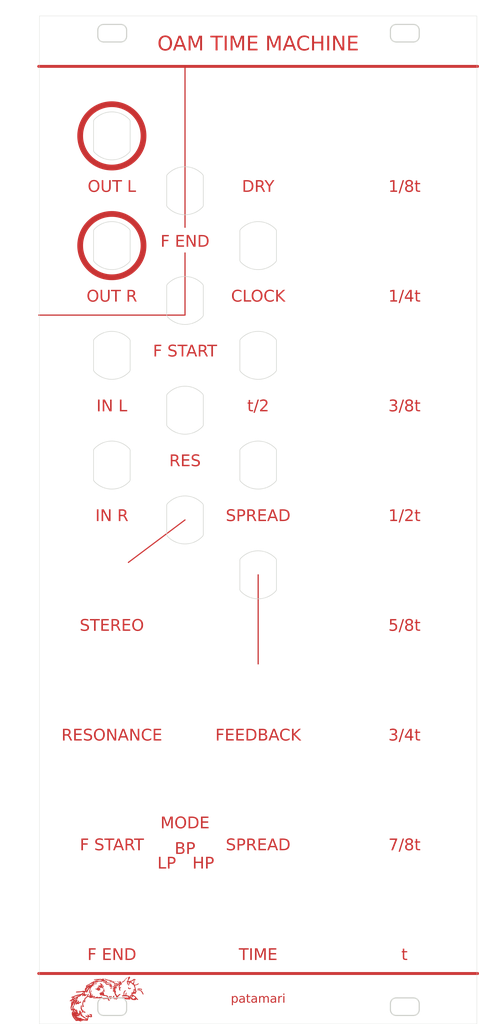
<source format=kicad_pcb>
(kicad_pcb (version 20241229) (generator "pcbnew") (generator_version "9.0")
  (layers (0 "F.Cu" signal) (2 "B.Cu" signal) (13 "F.Paste" user) (15 "B.Paste" user) (5 "F.SilkS" user "F.Silkscreen") (7 "B.SilkS" user "B.Silkscreen") (1 "F.Mask" user) (3 "B.Mask" user) (25 "Edge.Cuts" user))
  (net 0 "")
  (footprint "MountingHole:MountingHole_6mm" (layer "F.Cu") (at 97.155 165.1)
    (property "Reference" "REF**" (hide yes))
    (property "Value" "MountingHole_6mm" (hide yes))
    (pad "" np_thru_hole circle (at 0 0) (size 4.34 4.34) (drill 4.34) (layers "*.Cu" "*.Mask"))
  )
  (footprint "Library:4UMountingHole" (layer "F.Cu") (at 132.08 17.1)
    (property "Reference" "REF**" (hide yes))
    (property "Value" "4UMountingHole" (hide yes))
    (fp_line (start -2.4375 0.525) (end -2.4375 -0.525) (stroke (width 0.2)) (layer "Edge.Cuts"))
    (fp_line (start -1.4375 -1.525) (end 1.5625 -1.525) (stroke (width 0.2)) (layer "Edge.Cuts"))
    (fp_line (start 1.5625 1.525) (end -1.4375 1.525) (stroke (width 0.2)) (layer "Edge.Cuts"))
    (fp_line (start 2.5625 -0.525) (end 2.5625 0.525) (stroke (width 0.2)) (layer "Edge.Cuts"))
    (fp_arc (start -2.4375 -0.525) (mid -2.144607 -1.232107) (end -1.4375 -1.525) (stroke (width 0.2)) (layer "Edge.Cuts"))
    (fp_arc (start -1.4375 1.525) (mid -2.144607 1.232107) (end -2.4375 0.525) (stroke (width 0.2)) (layer "Edge.Cuts"))
    (fp_arc (start 1.5625 -1.525) (mid 2.269607 -1.232107) (end 2.5625 -0.525) (stroke (width 0.2)) (layer "Edge.Cuts"))
    (fp_arc (start 2.5625 0.525) (mid 2.269607 1.232107) (end 1.5625 1.525) (stroke (width 0.2)) (layer "Edge.Cuts"))
  )
  (footprint "Library:PotMountingHole" (layer "F.Cu") (at 132.08 168.275)
    (property "Reference" "REF**" (hide yes))
    (property "Value" "PotMountingHole" (hide yes))
    (pad "" np_thru_hole circle (at 0 0) (size 7 7) (drill 7) (layers "*.Cu" "*.Mask"))
  )
  (footprint "MountingHole:MountingHole_6mm" (layer "F.Cu") (at 122.555 98.425)
    (property "Reference" "REF**" (hide yes))
    (property "Value" "MountingHole_6mm" (hide yes))
    (pad "" np_thru_hole circle (at 0 0) (size 4.34 4.34) (drill 4.34) (layers "*.Cu" "*.Mask"))
  )
  (footprint "Library:BananaJackInputMountingHole" (layer "F.Cu") (at 93.980001 101.6)
    (property "Reference" "REF**" (hide yes))
    (property "Value" "BananaJackInputMountingHole" (hide yes))
    (fp_line (start -3.174999 2.501101) (end -3.174999 -2.5063) (stroke (width 0.1)) (layer "Edge.Cuts"))
    (fp_line (start 3.175001 -2.501301) (end 3.175001 2.5063) (stroke (width 0.1)) (layer "Edge.Cuts"))
    (fp_arc (start -3.174999 -2.5063) (mid -3.140023 -2.69) (end -3.039999 -2.848) (stroke (width 0.1)) (layer "Edge.Cuts"))
    (fp_arc (start -3.039999 -2.848) (mid 0.000001 -4.165658) (end 3.040001 -2.848) (stroke (width 0.1)) (layer "Edge.Cuts"))
    (fp_arc (start -3.039999 2.848) (mid -3.140967 2.687575) (end -3.174999 2.501101) (stroke (width 0.1)) (layer "Edge.Cuts"))
    (fp_arc (start 3.040001 -2.848) (mid 3.140968 -2.687681) (end 3.175001 -2.501301) (stroke (width 0.1)) (layer "Edge.Cuts"))
    (fp_arc (start 3.040001 2.848) (mid 0.000001 4.165658) (end -3.039999 2.848) (stroke (width 0.1)) (layer "Edge.Cuts"))
    (fp_arc (start 3.175001 2.5063) (mid 3.140031 2.690002) (end 3.040001 2.848) (stroke (width 0.1)) (layer "Edge.Cuts"))
  )
  (footprint "Library:BananaJackInputMountingHole" (layer "F.Cu") (at 81.280001 73.025)
    (property "Reference" "REF**" (hide yes))
    (property "Value" "BananaJackInputMountingHole" (hide yes))
    (fp_line (start -3.174999 2.501101) (end -3.174999 -2.5063) (stroke (width 0.1)) (layer "Edge.Cuts"))
    (fp_line (start 3.175001 -2.501301) (end 3.175001 2.5063) (stroke (width 0.1)) (layer "Edge.Cuts"))
    (fp_arc (start -3.174999 -2.5063) (mid -3.140023 -2.69) (end -3.039999 -2.848) (stroke (width 0.1)) (layer "Edge.Cuts"))
    (fp_arc (start -3.039999 -2.848) (mid 0.000001 -4.165658) (end 3.040001 -2.848) (stroke (width 0.1)) (layer "Edge.Cuts"))
    (fp_arc (start -3.039999 2.848) (mid -3.140967 2.687575) (end -3.174999 2.501101) (stroke (width 0.1)) (layer "Edge.Cuts"))
    (fp_arc (start 3.040001 -2.848) (mid 3.140968 -2.687681) (end 3.175001 -2.501301) (stroke (width 0.1)) (layer "Edge.Cuts"))
    (fp_arc (start 3.040001 2.848) (mid 0.000001 4.165658) (end -3.039999 2.848) (stroke (width 0.1)) (layer "Edge.Cuts"))
    (fp_arc (start 3.175001 2.5063) (mid 3.140031 2.690002) (end 3.040001 2.848) (stroke (width 0.1)) (layer "Edge.Cuts"))
  )
  (footprint "Library:PotMountingHole" (layer "F.Cu") (at 132.08 92.075)
    (property "Reference" "REF**" (hide yes))
    (property "Value" "PotMountingHole" (hide yes))
    (pad "" np_thru_hole circle (at 0 0) (size 7 7) (drill 7) (layers "*.Cu" "*.Mask"))
  )
  (footprint "Library:BananaJackInputMountingHole" (layer "F.Cu") (at 106.680002 53.975)
    (property "Reference" "REF**" (hide yes))
    (property "Value" "BananaJackInputMountingHole" (hide yes))
    (fp_line (start -3.174999 2.501101) (end -3.174999 -2.5063) (stroke (width 0.1)) (layer "Edge.Cuts"))
    (fp_line (start 3.175001 -2.501301) (end 3.175001 2.5063) (stroke (width 0.1)) (layer "Edge.Cuts"))
    (fp_arc (start -3.174999 -2.5063) (mid -3.140023 -2.69) (end -3.039999 -2.848) (stroke (width 0.1)) (layer "Edge.Cuts"))
    (fp_arc (start -3.039999 -2.848) (mid 0.000001 -4.165658) (end 3.040001 -2.848) (stroke (width 0.1)) (layer "Edge.Cuts"))
    (fp_arc (start -3.039999 2.848) (mid -3.140967 2.687575) (end -3.174999 2.501101) (stroke (width 0.1)) (layer "Edge.Cuts"))
    (fp_arc (start 3.040001 -2.848) (mid 3.140968 -2.687681) (end 3.175001 -2.501301) (stroke (width 0.1)) (layer "Edge.Cuts"))
    (fp_arc (start 3.040001 2.848) (mid 0.000001 4.165658) (end -3.039999 2.848) (stroke (width 0.1)) (layer "Edge.Cuts"))
    (fp_arc (start 3.175001 2.5063) (mid 3.140031 2.690002) (end 3.040001 2.848) (stroke (width 0.1)) (layer "Edge.Cuts"))
  )
  (footprint "Library:PotMountingHole" (layer "F.Cu") (at 81.28 168.275)
    (property "Reference" "REF**" (hide yes))
    (property "Value" "PotMountingHole" (hide yes))
    (pad "" np_thru_hole circle (at 0 0) (size 7 7) (drill 7) (layers "*.Cu" "*.Mask"))
  )
  (footprint "Library:PotMountingHole" (layer "F.Cu") (at 106.68 168.275)
    (property "Reference" "REF**" (hide yes))
    (property "Value" "PotMountingHole" (hide yes))
    (pad "" np_thru_hole circle (at 0 0) (size 7 7) (drill 7) (layers "*.Cu" "*.Mask"))
  )
  (footprint "MountingHole:MountingHole_6mm" (layer "F.Cu") (at 122.555 79.375)
    (property "Reference" "REF**" (hide yes))
    (property "Value" "MountingHole_6mm" (hide yes))
    (pad "" np_thru_hole circle (at 0 0) (size 4.34 4.34) (drill 4.34) (layers "*.Cu" "*.Mask"))
  )
  (footprint "Library:PotMountingHole" (layer "F.Cu") (at 81.28 111.125)
    (property "Reference" "REF**" (hide yes))
    (property "Value" "PotMountingHole" (hide yes))
    (pad "" np_thru_hole circle (at 0 0) (size 7 7) (drill 7) (layers "*.Cu" "*.Mask"))
  )
  (footprint "MountingHole:MountingHole_6mm" (layer "F.Cu") (at 93.98 149.225)
    (property "Reference" "REF**" (hide yes))
    (property "Value" "MountingHole_6mm" (hide yes))
    (pad "" np_thru_hole circle (at 0 0) (size 4.34 4.34) (drill 4.34) (layers "*.Cu" "*.Mask"))
  )
  (footprint "MountingHole:MountingHole_6mm" (layer "F.Cu") (at 122.555 117.475)
    (property "Reference" "REF**" (hide yes))
    (property "Value" "MountingHole_6mm" (hide yes))
    (pad "" np_thru_hole circle (at 0 0) (size 4.34 4.34) (drill 4.34) (layers "*.Cu" "*.Mask"))
  )
  (footprint "Library:4UMountingHole" (layer "F.Cu") (at 81.28 186.1)
    (property "Reference" "REF**" (hide yes))
    (property "Value" "4UMountingHole" (hide yes))
    (fp_line (start -2.4375 0.525) (end -2.4375 -0.525) (stroke (width 0.2)) (layer "Edge.Cuts"))
    (fp_line (start -1.4375 -1.525) (end 1.5625 -1.525) (stroke (width 0.2)) (layer "Edge.Cuts"))
    (fp_line (start 1.5625 1.525) (end -1.4375 1.525) (stroke (width 0.2)) (layer "Edge.Cuts"))
    (fp_line (start 2.5625 -0.525) (end 2.5625 0.525) (stroke (width 0.2)) (layer "Edge.Cuts"))
    (fp_arc (start -2.4375 -0.525) (mid -2.144607 -1.232107) (end -1.4375 -1.525) (stroke (width 0.2)) (layer "Edge.Cuts"))
    (fp_arc (start -1.4375 1.525) (mid -2.144607 1.232107) (end -2.4375 0.525) (stroke (width 0.2)) (layer "Edge.Cuts"))
    (fp_arc (start 1.5625 -1.525) (mid 2.269607 -1.232107) (end 2.5625 -0.525) (stroke (width 0.2)) (layer "Edge.Cuts"))
    (fp_arc (start 2.5625 0.525) (mid 2.269607 1.232107) (end 1.5625 1.525) (stroke (width 0.2)) (layer "Edge.Cuts"))
  )
  (footprint "Library:BananaJackInputMountingHole" (layer "F.Cu") (at 106.68 92.075)
    (property "Reference" "REF**" (hide yes))
    (property "Value" "BananaJackInputMountingHole" (hide yes))
    (fp_line (start -3.174999 2.501101) (end -3.174999 -2.5063) (stroke (width 0.1)) (layer "Edge.Cuts"))
    (fp_line (start 3.175001 -2.501301) (end 3.175001 2.5063) (stroke (width 0.1)) (layer "Edge.Cuts"))
    (fp_arc (start -3.174999 -2.5063) (mid -3.140023 -2.69) (end -3.039999 -2.848) (stroke (width 0.1)) (layer "Edge.Cuts"))
    (fp_arc (start -3.039999 -2.848) (mid 0.000001 -4.165658) (end 3.040001 -2.848) (stroke (width 0.1)) (layer "Edge.Cuts"))
    (fp_arc (start -3.039999 2.848) (mid -3.140967 2.687575) (end -3.174999 2.501101) (stroke (width 0.1)) (layer "Edge.Cuts"))
    (fp_arc (start 3.040001 -2.848) (mid 3.140968 -2.687681) (end 3.175001 -2.501301) (stroke (width 0.1)) (layer "Edge.Cuts"))
    (fp_arc (start 3.040001 2.848) (mid 0.000001 4.165658) (end -3.039999 2.848) (stroke (width 0.1)) (layer "Edge.Cuts"))
    (fp_arc (start 3.175001 2.5063) (mid 3.140031 2.690002) (end 3.040001 2.848) (stroke (width 0.1)) (layer "Edge.Cuts"))
  )
  (footprint "MountingHole:MountingHole_6mm" (layer "F.Cu") (at 122.555 174.625)
    (property "Reference" "REF**" (hide yes))
    (property "Value" "MountingHole_6mm" (hide yes))
    (pad "" np_thru_hole circle (at 0 0) (size 4.34 4.34) (drill 4.34) (layers "*.Cu" "*.Mask"))
  )
  (footprint "Library:PotMountingHole" (layer "F.Cu") (at 132.08 130.175)
    (property "Reference" "REF**" (hide yes))
    (property "Value" "PotMountingHole" (hide yes))
    (pad "" np_thru_hole circle (at 0 0) (size 7 7) (drill 7) (layers "*.Cu" "*.Mask"))
  )
  (footprint "Library:BananaJackInputMountingHole" (layer "F.Cu") (at 106.68 111.125)
    (property "Reference" "REF**" (hide yes))
    (property "Value" "BananaJackInputMountingHole" (hide yes))
    (fp_line (start -3.174999 2.501101) (end -3.174999 -2.5063) (stroke (width 0.1)) (layer "Edge.Cuts"))
    (fp_line (start 3.175001 -2.501301) (end 3.175001 2.5063) (stroke (width 0.1)) (layer "Edge.Cuts"))
    (fp_arc (start -3.174999 -2.5063) (mid -3.140023 -2.69) (end -3.039999 -2.848) (stroke (width 0.1)) (layer "Edge.Cuts"))
    (fp_arc (start -3.039999 -2.848) (mid 0.000001 -4.165658) (end 3.040001 -2.848) (stroke (width 0.1)) (layer "Edge.Cuts"))
    (fp_arc (start -3.039999 2.848) (mid -3.140967 2.687575) (end -3.174999 2.501101) (stroke (width 0.1)) (layer "Edge.Cuts"))
    (fp_arc (start 3.040001 -2.848) (mid 3.140968 -2.687681) (end 3.175001 -2.501301) (stroke (width 0.1)) (layer "Edge.Cuts"))
    (fp_arc (start 3.040001 2.848) (mid 0.000001 4.165658) (end -3.039999 2.848) (stroke (width 0.1)) (layer "Edge.Cuts"))
    (fp_arc (start 3.175001 2.5063) (mid 3.140031 2.690002) (end 3.040001 2.848) (stroke (width 0.1)) (layer "Edge.Cuts"))
  )
  (footprint "Library:BananaJackInputMountingHole" (layer "F.Cu") (at 93.98 63.5)
    (property "Reference" "REF**" (hide yes))
    (property "Value" "BananaJackInputMountingHole" (hide yes))
    (fp_line (start -3.174999 2.501101) (end -3.174999 -2.5063) (stroke (width 0.1)) (layer "Edge.Cuts"))
    (fp_line (start 3.175001 -2.501301) (end 3.175001 2.5063) (stroke (width 0.1)) (layer "Edge.Cuts"))
    (fp_arc (start -3.174999 -2.5063) (mid -3.140023 -2.69) (end -3.039999 -2.848) (stroke (width 0.1)) (layer "Edge.Cuts"))
    (fp_arc (start -3.039999 -2.848) (mid 0.000001 -4.165658) (end 3.040001 -2.848) (stroke (width 0.1)) (layer "Edge.Cuts"))
    (fp_arc (start -3.039999 2.848) (mid -3.140967 2.687575) (end -3.174999 2.501101) (stroke (width 0.1)) (layer "Edge.Cuts"))
    (fp_arc (start 3.040001 -2.848) (mid 3.140968 -2.687681) (end 3.175001 -2.501301) (stroke (width 0.1)) (layer "Edge.Cuts"))
    (fp_arc (start 3.040001 2.848) (mid 0.000001 4.165658) (end -3.039999 2.848) (stroke (width 0.1)) (layer "Edge.Cuts"))
    (fp_arc (start 3.175001 2.5063) (mid 3.140031 2.690002) (end 3.040001 2.848) (stroke (width 0.1)) (layer "Edge.Cuts"))
  )
  (footprint "Library:BananaJackInputMountingHole" (layer "F.Cu") (at 93.98 44.45)
    (property "Reference" "REF**" (hide yes))
    (property "Value" "BananaJackInputMountingHole" (hide yes))
    (fp_line (start -3.174999 2.501101) (end -3.174999 -2.5063) (stroke (width 0.1)) (layer "Edge.Cuts"))
    (fp_line (start 3.175001 -2.501301) (end 3.175001 2.5063) (stroke (width 0.1)) (layer "Edge.Cuts"))
    (fp_arc (start -3.174999 -2.5063) (mid -3.140023 -2.69) (end -3.039999 -2.848) (stroke (width 0.1)) (layer "Edge.Cuts"))
    (fp_arc (start -3.039999 -2.848) (mid 0.000001 -4.165658) (end 3.040001 -2.848) (stroke (width 0.1)) (layer "Edge.Cuts"))
    (fp_arc (start -3.039999 2.848) (mid -3.140967 2.687575) (end -3.174999 2.501101) (stroke (width 0.1)) (layer "Edge.Cuts"))
    (fp_arc (start 3.040001 -2.848) (mid 3.140968 -2.687681) (end 3.175001 -2.501301) (stroke (width 0.1)) (layer "Edge.Cuts"))
    (fp_arc (start 3.040001 2.848) (mid 0.000001 4.165658) (end -3.039999 2.848) (stroke (width 0.1)) (layer "Edge.Cuts"))
    (fp_arc (start 3.175001 2.5063) (mid 3.140031 2.690002) (end 3.040001 2.848) (stroke (width 0.1)) (layer "Edge.Cuts"))
  )
  (footprint "MountingHole:MountingHole_6mm" (layer "F.Cu") (at 122.555 136.525)
    (property "Reference" "REF**" (hide yes))
    (property "Value" "MountingHole_6mm" (hide yes))
    (pad "" np_thru_hole circle (at 0 0) (size 4.34 4.34) (drill 4.34) (layers "*.Cu" "*.Mask"))
  )
  (footprint "Library:4UMountingHole" (layer "F.Cu") (at 132.08 186.1)
    (property "Reference" "REF**" (hide yes))
    (property "Value" "4UMountingHole" (hide yes))
    (fp_line (start -2.4375 0.525) (end -2.4375 -0.525) (stroke (width 0.2)) (layer "Edge.Cuts"))
    (fp_line (start -1.4375 -1.525) (end 1.5625 -1.525) (stroke (width 0.2)) (layer "Edge.Cuts"))
    (fp_line (start 1.5625 1.525) (end -1.4375 1.525) (stroke (width 0.2)) (layer "Edge.Cuts"))
    (fp_line (start 2.5625 -0.525) (end 2.5625 0.525) (stroke (width 0.2)) (layer "Edge.Cuts"))
    (fp_arc (start -2.4375 -0.525) (mid -2.144607 -1.232107) (end -1.4375 -1.525) (stroke (width 0.2)) (layer "Edge.Cuts"))
    (fp_arc (start -1.4375 1.525) (mid -2.144607 1.232107) (end -2.4375 0.525) (stroke (width 0.2)) (layer "Edge.Cuts"))
    (fp_arc (start 1.5625 -1.525) (mid 2.269607 -1.232107) (end 2.5625 -0.525) (stroke (width 0.2)) (layer "Edge.Cuts"))
    (fp_arc (start 2.5625 0.525) (mid 2.269607 1.232107) (end 1.5625 1.525) (stroke (width 0.2)) (layer "Edge.Cuts"))
  )
  (footprint "Library:PotMountingHole" (layer "F.Cu") (at 132.08 34.925)
    (property "Reference" "REF**" (hide yes))
    (property "Value" "PotMountingHole" (hide yes))
    (pad "" np_thru_hole circle (at 0 0) (size 7 7) (drill 7) (layers "*.Cu" "*.Mask"))
  )
  (footprint "MountingHole:MountingHole_6mm" (layer "F.Cu") (at 122.555 60.325)
    (property "Reference" "REF**" (hide yes))
    (property "Value" "MountingHole_6mm" (hide yes))
    (pad "" np_thru_hole circle (at 0 0) (size 4.34 4.34) (drill 4.34) (layers "*.Cu" "*.Mask"))
  )
  (footprint "MountingHole:MountingHole_6mm" (layer "F.Cu") (at 122.555 155.575)
    (property "Reference" "REF**" (hide yes))
    (property "Value" "MountingHole_6mm" (hide yes))
    (pad "" np_thru_hole circle (at 0 0) (size 4.34 4.34) (drill 4.34) (layers "*.Cu" "*.Mask"))
  )
  (footprint "Library:4UMountingHole" (layer "F.Cu") (at 81.28 17.1)
    (property "Reference" "REF**" (hide yes))
    (property "Value" "4UMountingHole" (hide yes))
    (fp_line (start -2.4375 0.525) (end -2.4375 -0.525) (stroke (width 0.2)) (layer "Edge.Cuts"))
    (fp_line (start -1.4375 -1.525) (end 1.5625 -1.525) (stroke (width 0.2)) (layer "Edge.Cuts"))
    (fp_line (start 1.5625 1.525) (end -1.4375 1.525) (stroke (width 0.2)) (layer "Edge.Cuts"))
    (fp_line (start 2.5625 -0.525) (end 2.5625 0.525) (stroke (width 0.2)) (layer "Edge.Cuts"))
    (fp_arc (start -2.4375 -0.525) (mid -2.144607 -1.232107) (end -1.4375 -1.525) (stroke (width 0.2)) (layer "Edge.Cuts"))
    (fp_arc (start -1.4375 1.525) (mid -2.144607 1.232107) (end -2.4375 0.525) (stroke (width 0.2)) (layer "Edge.Cuts"))
    (fp_arc (start 1.5625 -1.525) (mid 2.269607 -1.232107) (end 2.5625 -0.525) (stroke (width 0.2)) (layer "Edge.Cuts"))
    (fp_arc (start 2.5625 0.525) (mid 2.269607 1.232107) (end 1.5625 1.525) (stroke (width 0.2)) (layer "Edge.Cuts"))
  )
  (footprint "Library:PotMountingHole" (layer "F.Cu") (at 81.28 149.225)
    (property "Reference" "REF**" (hide yes))
    (property "Value" "PotMountingHole" (hide yes))
    (pad "" np_thru_hole circle (at 0 0) (size 7 7) (drill 7) (layers "*.Cu" "*.Mask"))
  )
  (footprint "MountingHole:MountingHole_6mm" (layer "F.Cu") (at 116.205 28.575)
    (property "Reference" "REF**" (hide yes))
    (property "Value" "MountingHole_6mm" (hide yes))
    (pad "" np_thru_hole circle (at 0 0) (size 4.34 4.34) (drill 4.34) (layers "*.Cu" "*.Mask"))
  )
  (footprint "Library:BananaJackInputMountingHole" (layer "F.Cu") (at 81.28 92.075)
    (property "Reference" "REF**" (hide yes))
    (property "Value" "BananaJackInputMountingHole" (hide yes))
    (fp_line (start -3.174999 2.501101) (end -3.174999 -2.5063) (stroke (width 0.1)) (layer "Edge.Cuts"))
    (fp_line (start 3.175001 -2.501301) (end 3.175001 2.5063) (stroke (width 0.1)) (layer "Edge.Cuts"))
    (fp_arc (start -3.174999 -2.5063) (mid -3.140023 -2.69) (end -3.039999 -2.848) (stroke (width 0.1)) (layer "Edge.Cuts"))
    (fp_arc (start -3.039999 -2.848) (mid 0.000001 -4.165658) (end 3.040001 -2.848) (stroke (width 0.1)) (layer "Edge.Cuts"))
    (fp_arc (start -3.039999 2.848) (mid -3.140967 2.687575) (end -3.174999 2.501101) (stroke (width 0.1)) (layer "Edge.Cuts"))
    (fp_arc (start 3.040001 -2.848) (mid 3.140968 -2.687681) (end 3.175001 -2.501301) (stroke (width 0.1)) (layer "Edge.Cuts"))
    (fp_arc (start 3.040001 2.848) (mid 0.000001 4.165658) (end -3.039999 2.848) (stroke (width 0.1)) (layer "Edge.Cuts"))
    (fp_arc (start 3.175001 2.5063) (mid 3.140031 2.690002) (end 3.040001 2.848) (stroke (width 0.1)) (layer "Edge.Cuts"))
  )
  (footprint "Library:BananaJackInputMountingHole" (layer "F.Cu") (at 93.980001 82.55)
    (property "Reference" "REF**" (hide yes))
    (property "Value" "BananaJackInputMountingHole" (hide yes))
    (fp_line (start -3.174999 2.501101) (end -3.174999 -2.5063) (stroke (width 0.1)) (layer "Edge.Cuts"))
    (fp_line (start 3.175001 -2.501301) (end 3.175001 2.5063) (stroke (width 0.1)) (layer "Edge.Cuts"))
    (fp_arc (start -3.174999 -2.5063) (mid -3.140023 -2.69) (end -3.039999 -2.848) (stroke (width 0.1)) (layer "Edge.Cuts"))
    (fp_arc (start -3.039999 -2.848) (mid 0.000001 -4.165658) (end 3.040001 -2.848) (stroke (width 0.1)) (layer "Edge.Cuts"))
    (fp_arc (start -3.039999 2.848) (mid -3.140967 2.687575) (end -3.174999 2.501101) (stroke (width 0.1)) (layer "Edge.Cuts"))
    (fp_arc (start 3.040001 -2.848) (mid 3.140968 -2.687681) (end 3.175001 -2.501301) (stroke (width 0.1)) (layer "Edge.Cuts"))
    (fp_arc (start 3.040001 2.848) (mid 0.000001 4.165658) (end -3.039999 2.848) (stroke (width 0.1)) (layer "Edge.Cuts"))
    (fp_arc (start 3.175001 2.5063) (mid 3.140031 2.690002) (end 3.040001 2.848) (stroke (width 0.1)) (layer "Edge.Cuts"))
  )
  (footprint "Library:PotMountingHole" (layer "F.Cu") (at 106.68 34.925)
    (property "Reference" "REF**" (hide yes))
    (property "Value" "PotMountingHole" (hide yes))
    (pad "" np_thru_hole circle (at 0 0) (size 7 7) (drill 7) (layers "*.Cu" "*.Mask"))
  )
  (footprint "Library:PotMountingHole" (layer "F.Cu") (at 106.68 149.225)
    (property "Reference" "REF**" (hide yes))
    (property "Value" "PotMountingHole" (hide yes))
    (pad "" np_thru_hole circle (at 0 0) (size 7 7) (drill 7) (layers "*.Cu" "*.Mask"))
  )
  (footprint "Library:PotMountingHole" (layer "F.Cu") (at 132.08 149.225)
    (property "Reference" "REF**" (hide yes))
    (property "Value" "PotMountingHole" (hide yes))
    (pad "" np_thru_hole circle (at 0 0) (size 7 7) (drill 7) (layers "*.Cu" "*.Mask"))
  )
  (footprint "Library:BananaJackInputMountingHole" (layer "F.Cu") (at 106.680001 73.025)
    (property "Reference" "REF**" (hide yes))
    (property "Value" "BananaJackInputMountingHole" (hide yes))
    (fp_line (start -3.174999 2.501101) (end -3.174999 -2.5063) (stroke (width 0.1)) (layer "Edge.Cuts"))
    (fp_line (start 3.175001 -2.501301) (end 3.175001 2.5063) (stroke (width 0.1)) (layer "Edge.Cuts"))
    (fp_arc (start -3.174999 -2.5063) (mid -3.140023 -2.69) (end -3.039999 -2.848) (stroke (width 0.1)) (layer "Edge.Cuts"))
    (fp_arc (start -3.039999 -2.848) (mid 0.000001 -4.165658) (end 3.040001 -2.848) (stroke (width 0.1)) (layer "Edge.Cuts"))
    (fp_arc (start -3.039999 2.848) (mid -3.140967 2.687575) (end -3.174999 2.501101) (stroke (width 0.1)) (layer "Edge.Cuts"))
    (fp_arc (start 3.040001 -2.848) (mid 3.140968 -2.687681) (end 3.175001 -2.501301) (stroke (width 0.1)) (layer "Edge.Cuts"))
    (fp_arc (start 3.040001 2.848) (mid 0.000001 4.165658) (end -3.039999 2.848) (stroke (width 0.1)) (layer "Edge.Cuts"))
    (fp_arc (start 3.175001 2.5063) (mid 3.140031 2.690002) (end 3.040001 2.848) (stroke (width 0.1)) (layer "Edge.Cuts"))
  )
  (footprint "Library:PotMountingHole" (layer "F.Cu") (at 132.08 53.975)
    (property "Reference" "REF**" (hide yes))
    (property "Value" "PotMountingHole" (hide yes))
    (pad "" np_thru_hole circle (at 0 0) (size 7 7) (drill 7) (layers "*.Cu" "*.Mask"))
  )
  (footprint "MountingHole:MountingHole_6mm" (layer "F.Cu") (at 122.555 41.275)
    (property "Reference" "REF**" (hide yes))
    (property "Value" "MountingHole_6mm" (hide yes))
    (pad "" np_thru_hole circle (at 0 0) (size 4.34 4.34) (drill 4.34) (layers "*.Cu" "*.Mask"))
  )
  (footprint "Library:PotMountingHole" (layer "F.Cu") (at 132.08 111.125)
    (property "Reference" "REF**" (hide yes))
    (property "Value" "PotMountingHole" (hide yes))
    (pad "" np_thru_hole circle (at 0 0) (size 7 7) (drill 7) (layers "*.Cu" "*.Mask"))
  )
  (footprint "MountingHole:MountingHole_4mm" (layer "F.Cu") (at 93.98 171.45)
    (property "Reference" "REF**" (hide yes))
    (property "Value" "MountingHole_4mm" (hide yes))
    (pad "" np_thru_hole circle (at 0 0) (size 5 5) (drill 5) (layers "*.Cu" "*.Mask"))
  )
  (footprint "MountingHole:MountingHole_6mm" (layer "F.Cu") (at 90.805 165.1)
    (property "Reference" "REF**" (hide yes))
    (property "Value" "MountingHole_6mm" (hide yes))
    (pad "" np_thru_hole circle (at 0 0) (size 4.34 4.34) (drill 4.34) (layers "*.Cu" "*.Mask"))
  )
  (footprint "Library:PotMountingHole" (layer "F.Cu") (at 81.28 130.175)
    (property "Reference" "REF**" (hide yes))
    (property "Value" "PotMountingHole" (hide yes))
    (pad "" np_thru_hole circle (at 0 0) (size 7 7) (drill 7) (layers "*.Cu" "*.Mask"))
  )
  (footprint "Library:PotMountingHole" (layer "F.Cu") (at 106.68 130.175)
    (property "Reference" "REF**" (hide yes))
    (property "Value" "PotMountingHole" (hide yes))
    (pad "" np_thru_hole circle (at 0 0) (size 7 7) (drill 7) (layers "*.Cu" "*.Mask"))
  )
  (footprint "Library:BananaJackOutputMountingHole" (layer "F.Cu") (at 81.28 34.925)
    (property "Reference" "REF**" (hide yes))
    (property "Value" "BananaJackOutputMountingHole" (hide yes))
    (fp_circle (center 0 0) (end 5.5 0) (stroke (width 1)) (fill no) (layer "F.Cu"))
    (fp_line (start -3.174999 2.501101) (end -3.174999 -2.5063) (stroke (width 0.1)) (layer "Edge.Cuts"))
    (fp_line (start 3.175001 -2.501301) (end 3.175001 2.5063) (stroke (width 0.1)) (layer "Edge.Cuts"))
    (fp_arc (start -3.174999 -2.5063) (mid -3.140023 -2.69) (end -3.039999 -2.848) (stroke (width 0.1)) (layer "Edge.Cuts"))
    (fp_arc (start -3.039999 -2.848) (mid 0.000001 -4.165658) (end 3.040001 -2.848) (stroke (width 0.1)) (layer "Edge.Cuts"))
    (fp_arc (start -3.039999 2.848) (mid -3.140967 2.687575) (end -3.174999 2.501101) (stroke (width 0.1)) (layer "Edge.Cuts"))
    (fp_arc (start 3.040001 -2.848) (mid 3.140968 -2.687681) (end 3.175001 -2.501301) (stroke (width 0.1)) (layer "Edge.Cuts"))
    (fp_arc (start 3.040001 2.848) (mid 0.000001 4.165658) (end -3.039999 2.848) (stroke (width 0.1)) (layer "Edge.Cuts"))
    (fp_arc (start 3.175001 2.5063) (mid 3.140031 2.690002) (end 3.040001 2.848) (stroke (width 0.1)) (layer "Edge.Cuts"))
  )
  (footprint "Library:PotMountingHole" (layer "F.Cu") (at 132.08 73.025)
    (property "Reference" "REF**" (hide yes))
    (property "Value" "PotMountingHole" (hide yes))
    (pad "" np_thru_hole circle (at 0 0) (size 7 7) (drill 7) (layers "*.Cu" "*.Mask"))
  )
  (footprint "Library:BananaJackOutputMountingHole" (layer "F.Cu") (at 81.280001 53.975)
    (property "Reference" "REF**" (hide yes))
    (property "Value" "BananaJackOutputMountingHole" (hide yes))
    (fp_circle (center 0 0) (end 5.5 0) (stroke (width 1)) (fill no) (layer "F.Cu"))
    (fp_line (start -3.174999 2.501101) (end -3.174999 -2.5063) (stroke (width 0.1)) (layer "Edge.Cuts"))
    (fp_line (start 3.175001 -2.501301) (end 3.175001 2.5063) (stroke (width 0.1)) (layer "Edge.Cuts"))
    (fp_arc (start -3.174999 -2.5063) (mid -3.140023 -2.69) (end -3.039999 -2.848) (stroke (width 0.1)) (layer "Edge.Cuts"))
    (fp_arc (start -3.039999 -2.848) (mid 0.000001 -4.165658) (end 3.040001 -2.848) (stroke (width 0.1)) (layer "Edge.Cuts"))
    (fp_arc (start -3.039999 2.848) (mid -3.140967 2.687575) (end -3.174999 2.501101) (stroke (width 0.1)) (layer "Edge.Cuts"))
    (fp_arc (start 3.040001 -2.848) (mid 3.140968 -2.687681) (end 3.175001 -2.501301) (stroke (width 0.1)) (layer "Edge.Cuts"))
    (fp_arc (start 3.040001 2.848) (mid 0.000001 4.165658) (end -3.039999 2.848) (stroke (width 0.1)) (layer "Edge.Cuts"))
    (fp_arc (start 3.175001 2.5063) (mid 3.140031 2.690002) (end 3.040001 2.848) (stroke (width 0.1)) (layer "Edge.Cuts"))
  )
  (gr_poly (pts (xy 76.608023 186.979327) (xy 76.691808 187.057082) (xy 76.691808 187.111823) (xy 76.652605 187.139281) (xy 76.613403 187.16674) (xy 76.58646 187.165645) (xy 76.559516 187.16455) (xy 76.50195 187.125962) (xy 76.444384 187.08737) (xy 76.429746 187.034454) (xy 76.415109 186.981537) (xy 76.427479 186.946258) (xy 76.43985 186.910981) (xy 76.482044 186.906276) (xy 76.524239 186.901571)) (stroke (width -0.000001)) (fill yes) (layer "F.Cu"))
  (gr_poly (pts (xy 77.751004 183.297635) (xy 77.76692 183.313551) (xy 77.715962 183.445392) (xy 77.665003 183.577233) (xy 77.627943 183.700705) (xy 77.590882 183.824177) (xy 77.591959 183.868274) (xy 77.593036 183.912371) (xy 77.635541 183.830769) (xy 77.678045 183.749168) (xy 77.705275 183.738719) (xy 77.732505 183.72827) (xy 77.732505 183.821076) (xy 77.703846 183.91964) (xy 77.675187 184.018205) (xy 77.656578 184.058248) (xy 77.637968 184.098292) (xy 77.659263 184.119588) (xy 77.680559 184.140883) (xy 77.741324 184.103088) (xy 77.776602 184.049545) (xy 77.81188 183.996) (xy 77.829518 183.969061) (xy 77.847158 183.942121) (xy 77.886845 183.930467) (xy 77.926533 183.918813) (xy 77.926533 184.012269) (xy 77.864797 184.117606) (xy 77.80306 184.222942) (xy 77.80306 184.267226) (xy 77.777163 184.301466) (xy 77.751266 184.335705) (xy 77.750704 184.359913) (xy 77.750144 184.384122) (xy 77.777619 184.36132) (xy 77.805094 184.338517) (xy 77.848197 184.264967) (xy 77.891301 184.191416) (xy 77.936205 184.170956) (xy 77.981109 184.150497) (xy 78.050005 184.150497) (xy 78.050005 184.19812) (xy 77.997088 184.271169) (xy 77.944171 184.344218) (xy 77.944171 184.362163) (xy 77.985491 184.362163) (xy 78.041185 184.314932) (xy 78.139588 184.28494) (xy 78.237991 184.254947) (xy 78.311567 184.266712) (xy 78.385144 184.278477) (xy 78.385144 184.378561) (xy 78.354276 184.394293) (xy 78.323408 184.410026) (xy 78.208755 184.431557) (xy 78.094102 184.453088) (xy 78.038016 184.485673) (xy 77.981931 184.518259) (xy 77.913014 184.500236) (xy 77.854209 184.530646) (xy 77.795403 184.561055) (xy 77.644892 184.569601) (xy 77.49438 184.578146) (xy 77.406185 184.529711) (xy 77.317991 184.481276) (xy 77.301651 184.466232) (xy 77.285311 184.451189) (xy 77.319242 184.413695) (xy 77.353174 184.376201) (xy 77.428187 184.386482) (xy 77.503199 184.396764) (xy 77.503199 184.367628) (xy 77.47094 184.338438) (xy 77.438683 184.309246) (xy 77.410623 184.309246) (xy 77.268051 184.373619) (xy 77.125479 184.437992) (xy 77.074651 184.408821) (xy 77.023823 184.37965) (xy 77.007746 184.389586) (xy 76.991669 184.399522) (xy 76.991669 184.477785) (xy 76.963622 184.517827) (xy 76.935576 184.55787) (xy 76.897476 184.55262) (xy 76.859377 184.54737) (xy 76.853896 184.594839) (xy 76.848415 184.642309) (xy 76.793018 184.647756) (xy 76.737621 184.653204) (xy 76.701485 184.71494) (xy 76.66535 184.776676) (xy 76.655561 185.026487) (xy 76.645773 185.276298) (xy 76.622533 185.3043) (xy 76.599294 185.332302) (xy 76.519327 185.332302) (xy 76.479501 185.300052) (xy 76.439675 185.267802) (xy 76.468016 185.17217) (xy 76.496358 185.076537) (xy 76.502156 184.907718) (xy 76.507954 184.738898) (xy 76.542555 184.685163) (xy 76.577155 184.631428) (xy 76.634798 184.566376) (xy 76.69244 184.501326) (xy 76.839353 184.476247) (xy 76.864154 184.383511) (xy 76.974997 184.169064) (xy 77.08584 183.954616) (xy 77.135732 183.91909) (xy 77.185624 183.883563) (xy 77.234168 183.889148) (xy 77.282711 183.894733) (xy 77.278241 183.935935) (xy 77.273771 183.977138) (xy 77.214292 184.050588) (xy 77.154813 184.124038) (xy 77.096061 184.239727) (xy 77.105788 184.255464) (xy 77.115514 184.271201) (xy 77.225571 184.226752) (xy 77.335628 184.182303) (xy 77.414982 184.160842) (xy 77.494337 184.139382) (xy 77.500579 184.106966) (xy 77.506822 184.074552) (xy 77.478551 184.05873) (xy 77.450281 184.042909) (xy 77.450501 183.968821) (xy 77.45072 183.894732) (xy 77.494109 183.737885) (xy 77.537498 183.581037) (xy 77.590904 183.466911) (xy 77.64431 183.352786) (xy 77.64431 183.304502) (xy 77.689698 183.29311) (xy 77.735087 183.281719)) (stroke (width -0.000001)) (fill yes) (layer "F.Cu"))
  (gr_line (start 93.980001 101.6) (end 81.28 111.125) (stroke (width 0.2)) (layer "F.Cu"))
  (gr_poly (pts (xy 79.829913 181.255147) (xy 79.897359 181.275355) (xy 80.011693 181.275355) (xy 80.000987 181.303256) (xy 79.99028 181.331157) (xy 79.99028 181.345193) (xy 79.919725 181.381188) (xy 79.849169 181.417183) (xy 79.849169 181.446081) (xy 79.894096 181.466551) (xy 79.939023 181.487021) (xy 79.991161 181.487021) (xy 80.090974 181.522102) (xy 80.190786 181.557184) (xy 80.237019 181.601477) (xy 80.283251 181.645771) (xy 80.340975 181.645771) (xy 80.351877 181.628132) (xy 80.362778 181.610493) (xy 80.413612 181.610493) (xy 80.414652 181.66782) (xy 80.415692 181.725146) (xy 80.454339 181.802897) (xy 80.492985 181.880648) (xy 80.58118 181.904845) (xy 80.669373 181.929041) (xy 80.90313 182.001568) (xy 80.961773 182.039746) (xy 81.020415 182.077924) (xy 81.118297 182.130841) (xy 81.21618 182.183758) (xy 81.21618 182.236328) (xy 81.164262 182.245321) (xy 81.112346 182.254314) (xy 81.115756 182.267542) (xy 81.119166 182.280772) (xy 81.119166 182.315633) (xy 81.191233 182.327157) (xy 81.263299 182.33868) (xy 81.27295 182.363829) (xy 81.2826 182.388977) (xy 81.262619 182.408958) (xy 81.242637 182.428939) (xy 81.242637 182.47039) (xy 81.294595 182.480782) (xy 81.346552 182.491173) (xy 81.365771 182.527084) (xy 81.38499 182.562995) (xy 81.366109 182.598272) (xy 81.347229 182.63355) (xy 81.31202 182.63355) (xy 81.224998 182.589453) (xy 81.137977 182.545356) (xy 81.083887 182.545356) (xy 81.083887 182.581887) (xy 81.158985 182.614078) (xy 81.234083 182.646268) (xy 81.291276 182.694393) (xy 81.348471 182.742519) (xy 81.348471 182.809939) (xy 81.273544 182.809939) (xy 81.167886 182.739383) (xy 81.062228 182.668828) (xy 81.000957 182.668828) (xy 80.945408 182.649463) (xy 80.88986 182.630099) (xy 80.88986 182.582633) (xy 80.929548 182.554305) (xy 80.969235 182.525977) (xy 80.920728 182.490098) (xy 80.872221 182.454219) (xy 80.872221 182.336227) (xy 80.770798 182.325763) (xy 80.669373 182.315298) (xy 80.550698 182.297932) (xy 80.432022 182.280566) (xy 80.342061 182.261273) (xy 80.252099 182.24198) (xy 80.219256 182.165361) (xy 80.186414 182.088742) (xy 80.132442 182.060832) (xy 80.078471 182.032922) (xy 80.078471 181.975517) (xy 80.16667 181.975517) (xy 80.310672 182.053179) (xy 80.454674 182.130842) (xy 80.703137 182.18603) (xy 80.9516 182.241218) (xy 81.010396 182.243356) (xy 81.069192 182.245495) (xy 81.061927 182.223446) (xy 81.054663 182.201398) (xy 80.98435 182.147609) (xy 80.914037 182.093821) (xy 80.809346 182.070664) (xy 80.704655 182.047508) (xy 80.54662 181.996571) (xy 80.388586 181.945634) (xy 80.16667 181.945634) (xy 80.16667 181.975517) (xy 80.078471 181.975517) (xy 80.078471 181.928667) (xy 79.999096 181.909985) (xy 79.875624 181.896941) (xy 79.752152 181.883898) (xy 79.752152 181.795703) (xy 79.918125 181.790594) (xy 80.0841 181.785485) (xy 80.162863 181.812322) (xy 80.241625 181.83916) (xy 80.254697 181.831081) (xy 80.267768 181.823003) (xy 80.259893 181.781808) (xy 80.252017 181.740613) (xy 80.050452 181.695896) (xy 79.801673 181.701702) (xy 79.552895 181.707508) (xy 79.518843 181.738376) (xy 79.484791 181.769245) (xy 79.42703 181.769245) (xy 79.365882 181.740085) (xy 79.304734 181.710926) (xy 79.070789 181.738453) (xy 78.836844 181.76598) (xy 78.818248 181.792542) (xy 78.799652 181.819105) (xy 78.781355 181.849498) (xy 78.763057 181.879891) (xy 78.650994 181.895216) (xy 78.538932 181.910542) (xy 78.481773 181.945868) (xy 78.424613 181.981195) (xy 78.353247 181.985974) (xy 78.28188 181.990753) (xy 78.217569 182.044853) (xy 78.169062 182.075025) (xy 78.120555 182.105197) (xy 78.120555 182.153237) (xy 78.239617 182.144219) (xy 78.35868 182.1352) (xy 78.387007 182.110538) (xy 78.415333 182.085877) (xy 78.523712 182.066786) (xy 78.632092 182.047695) (xy 78.658545 182.057847) (xy 78.684999 182.067998) (xy 78.684999 182.119502) (xy 78.655511 182.14899) (xy 78.626023 182.178478) (xy 78.561935 182.16823) (xy 78.497846 182.157982) (xy 78.463541 182.181716) (xy 78.429235 182.20545) (xy 78.323402 182.218352) (xy 78.217569 182.231254) (xy 78.193029 182.251603) (xy 78.168489 182.271952) (xy 78.104834 182.290056) (xy 78.04118 182.30816) (xy 78.035828 182.37178) (xy 78.030477 182.4354) (xy 78.10905 182.426544) (xy 78.187624 182.417687) (xy 78.208641 182.456956) (xy 78.229656 182.496225) (xy 78.196327 182.529554) (xy 78.102751 182.493998) (xy 78.009175 182.458442) (xy 77.959032 182.488062) (xy 77.908888 182.517682) (xy 77.908888 182.54394) (xy 77.819375 182.62767) (xy 77.729862 182.711399) (xy 77.676319 182.817995) (xy 77.622777 182.92459) (xy 77.579125 183.039243) (xy 77.535472 183.153896) (xy 77.51839 183.224452) (xy 77.501308 183.295007) (xy 77.474488 183.374383) (xy 77.447669 183.453758) (xy 77.443331 183.573171) (xy 77.438992 183.692584) (xy 77.418655 183.712922) (xy 77.398318 183.733259) (xy 77.354228 183.713171) (xy 77.310139 183.693082) (xy 77.29885 183.648105) (xy 77.287562 183.603127) (xy 77.314563 183.475525) (xy 77.341564 183.347924) (xy 77.403103 183.180355) (xy 77.464642 183.012785) (xy 77.502245 182.937248) (xy 77.539847 182.861712) (xy 77.528279 182.842994) (xy 77.516711 182.824277) (xy 77.437537 182.900892) (xy 77.358362 182.977508) (xy 77.288079 183.071509) (xy 77.217795 183.16551) (xy 77.177066 183.257606) (xy 77.136337 183.349701) (xy 77.0801 183.433029) (xy 77.023862 183.516357) (xy 77.007215 183.576647) (xy 76.990568 183.636937) (xy 76.95584 183.64796) (xy 76.921111 183.658983) (xy 76.887307 183.648254) (xy 76.853504 183.637525) (xy 76.81695 183.532668) (xy 76.789616 183.522179) (xy 76.762282 183.51169) (xy 76.719649 183.52239) (xy 76.677016 183.53309) (xy 76.646298 183.625716) (xy 76.61558 183.718341) (xy 76.583137 183.776204) (xy 76.550694 183.834067) (xy 76.550694 183.84829) (xy 76.647708 183.859453) (xy 76.644035 183.963826) (xy 76.640362 184.068199) (xy 76.714717 183.995226) (xy 76.789072 183.922252) (xy 76.833043 183.933087) (xy 76.877014 183.943923) (xy 76.921111 183.978425) (xy 76.921111 184.061826) (xy 76.862714 184.086227) (xy 76.804317 184.110626) (xy 76.739143 184.186768) (xy 76.673968 184.26291) (xy 76.590282 184.258974) (xy 76.506597 184.255039) (xy 76.476847 184.246031) (xy 76.447096 184.237023) (xy 76.441569 184.199551) (xy 76.436042 184.16208) (xy 76.417167 184.155877) (xy 76.398292 184.149673) (xy 76.355431 184.187047) (xy 76.312569 184.22442) (xy 76.217538 184.273851) (xy 76.174163 184.257359) (xy 76.130788 184.240868) (xy 76.119534 184.222659) (xy 76.108281 184.20445) (xy 76.133654 184.155384) (xy 76.159027 184.106318) (xy 76.196111 184.072758) (xy 76.233194 184.039198) (xy 76.233194 184.004879) (xy 76.163262 184.016062) (xy 76.093329 184.027245) (xy 76.02656 184.070534) (xy 75.959792 184.113823) (xy 75.906875 184.174419) (xy 75.832383 184.244116) (xy 75.757891 184.313813) (xy 75.638355 184.353879) (xy 75.51882 184.393944) (xy 75.474722 184.404147) (xy 75.430625 184.41435) (xy 75.307153 184.491828) (xy 75.349359 184.502311) (xy 75.391564 184.512793) (xy 75.406821 184.554037) (xy 75.422079 184.595282) (xy 75.35925 184.652831) (xy 75.296421 184.71038) (xy 75.220425 184.749466) (xy 75.14443 184.788552) (xy 75.054904 184.86199) (xy 74.965377 184.935429) (xy 74.962166 184.949081) (xy 74.958954 184.962735) (xy 74.969453 185.015227) (xy 74.979951 185.06772) (xy 75.016111 185.06772) (xy 75.016111 185.018856) (xy 75.097647 184.919816) (xy 75.179182 184.820776) (xy 75.261642 184.820776) (xy 75.283184 184.892677) (xy 75.304727 184.964578) (xy 75.272979 185.064656) (xy 75.241232 185.164734) (xy 75.224038 185.217651) (xy 75.206844 185.270567) (xy 75.183359 185.367435) (xy 75.159874 185.464304) (xy 75.165815 185.470245) (xy 75.171756 185.476186) (xy 75.261147 185.338099) (xy 75.350539 185.200011) (xy 75.420122 185.123435) (xy 75.489705 185.046859) (xy 75.526312 185.058478) (xy 75.562919 185.070097) (xy 75.562919 185.19041) (xy 75.515389 185.287321) (xy 75.467859 185.384234) (xy 75.477615 185.39399) (xy 75.487371 185.403745) (xy 75.567628 185.369344) (xy 75.647884 185.334942) (xy 75.677572 185.2826) (xy 75.78319 185.247037) (xy 75.888809 185.211475) (xy 75.911072 185.229952) (xy 75.933336 185.248429) (xy 75.933336 185.351546) (xy 75.846745 185.438137) (xy 75.73939 185.438137) (xy 75.651058 185.501597) (xy 75.562726 185.565057) (xy 75.552091 185.60743) (xy 75.541456 185.649803) (xy 75.383154 185.649803) (xy 75.332207 185.619708) (xy 75.281261 185.589613) (xy 75.227849 185.644244) (xy 75.174438 185.698874) (xy 75.111456 185.710689) (xy 75.048474 185.722505) (xy 75.005836 185.694567) (xy 74.963197 185.66663) (xy 74.963197 185.649325) (xy 74.978856 185.618697) (xy 74.994515 185.588068) (xy 75.025903 185.451377) (xy 75.057291 185.314686) (xy 75.04638 185.303775) (xy 75.03547 185.292864) (xy 75.022894 185.34297) (xy 75.010318 185.393076) (xy 74.951525 185.490572) (xy 74.892732 185.588069) (xy 74.892687 185.614248) (xy 74.892642 185.640427) (xy 74.845698 185.73772) (xy 74.798754 185.835014) (xy 74.787193 185.860294) (xy 74.775631 185.885573) (xy 74.748339 185.902788) (xy 74.721048 185.920003) (xy 74.692192 185.90893) (xy 74.663336 185.897857) (xy 74.663336 185.70748) (xy 74.733892 185.617783) (xy 74.733892 185.526333) (xy 74.661017 185.526333) (xy 74.629256 185.543331) (xy 74.597494 185.560329) (xy 74.586143 185.631319) (xy 74.574791 185.702309) (xy 74.540586 185.768661) (xy 74.506382 185.835014) (xy 74.488642 185.882572) (xy 74.470903 185.93013) (xy 74.410264 185.941506) (xy 74.349624 185.952882) (xy 74.358654 186.020203) (xy 74.367683 186.087522) (xy 74.337185 186.146477) (xy 74.306686 186.205431) (xy 74.291402 186.267168) (xy 74.276118 186.328904) (xy 74.294768 186.425928) (xy 74.313417 186.522951) (xy 74.337599 186.556022) (xy 74.36178 186.589092) (xy 74.386781 186.579499) (xy 74.411782 186.569905) (xy 74.414345 186.451713) (xy 74.416908 186.33352) (xy 74.441794 186.293626) (xy 74.454757 186.205432) (xy 74.467721 186.117238) (xy 74.479402 186.059463) (xy 74.491083 186.001689) (xy 74.528218 185.975679) (xy 74.565353 185.949669) (xy 74.641378 185.949669) (xy 74.678293 185.994148) (xy 74.635978 186.187984) (xy 74.593663 186.381821) (xy 74.593223 186.423668) (xy 74.592783 186.465515) (xy 74.621214 186.441919) (xy 74.649646 186.418323) (xy 74.706232 186.423198) (xy 74.762819 186.428073) (xy 74.781145 186.387308) (xy 74.799471 186.346543) (xy 74.811759 186.401945) (xy 74.824046 186.457348) (xy 74.922106 186.565708) (xy 75.020166 186.674068) (xy 75.04019 186.646943) (xy 75.060213 186.619818) (xy 75.114613 186.604314) (xy 75.169013 186.588811) (xy 75.198398 186.605256) (xy 75.227783 186.6217) (xy 75.227783 186.652518) (xy 75.182148 186.706753) (xy 75.136514 186.760986) (xy 75.163131 186.7712) (xy 75.189748 186.781415) (xy 75.260741 186.74342) (xy 75.333616 186.74342) (xy 75.333616 186.776616) (xy 75.318294 186.786085) (xy 75.302972 186.795555) (xy 75.291735 186.865829) (xy 75.280498 186.936101) (xy 75.342975 187.064477) (xy 75.405451 187.192852) (xy 75.461188 187.250358) (xy 75.516925 187.307864) (xy 75.562448 187.307864) (xy 75.587849 187.247073) (xy 75.613249 187.186281) (xy 75.625538 187.039815) (xy 75.637826 186.89335) (xy 75.660947 186.836652) (xy 75.684069 186.779952) (xy 75.729558 186.768536) (xy 75.775046 186.757119) (xy 75.827505 186.800655) (xy 75.827505 186.847929) (xy 75.863095 186.943051) (xy 75.898685 187.038174) (xy 75.968928 187.065766) (xy 76.039171 187.093358) (xy 76.039171 187.177987) (xy 76.012521 187.267729) (xy 75.98587 187.357471) (xy 76.00381 187.404656) (xy 76.02175 187.451841) (xy 76.04369 187.444604) (xy 76.06563 187.437368) (xy 76.084738 187.399388) (xy 76.103846 187.361409) (xy 76.136111 187.385002) (xy 76.168376 187.408594) (xy 76.157244 187.437603) (xy 76.146112 187.466613) (xy 76.095862 187.466613) (xy 76.084607 187.495942) (xy 76.073352 187.525273) (xy 76.171463 187.629066) (xy 76.270676 187.696925) (xy 76.369888 187.764785) (xy 76.380011 187.791165) (xy 76.390134 187.817545) (xy 76.447506 187.847213) (xy 76.504877 187.87688) (xy 76.529048 187.901051) (xy 76.553219 187.925222) (xy 76.605894 187.925222) (xy 76.647959 187.975213) (xy 76.690024 188.025206) (xy 76.774702 188.065963) (xy 76.85938 188.106721) (xy 76.969972 188.157896) (xy 77.002871 188.151733) (xy 77.035769 188.145569) (xy 77.070007 188.069888) (xy 77.104245 187.994207) (xy 77.139839 187.999401) (xy 77.175434 188.004596) (xy 77.186153 188.048693) (xy 77.196873 188.092791) (xy 77.183578 188.145707) (xy 77.170282 188.198624) (xy 77.142952 188.304457) (xy 77.115623 188.41029) (xy 77.106386 188.458165) (xy 77.09715 188.50604) (xy 77.022362 188.526732) (xy 76.947574 188.547424) (xy 76.806463 188.5258) (xy 76.665352 188.504176) (xy 76.481362 188.488256) (xy 76.297372 188.472335) (xy 76.263464 188.503049) (xy 76.229556 188.533763) (xy 75.98634 188.533763) (xy 75.986296 188.589202) (xy 75.986252 188.644641) (xy 75.958352 188.655349) (xy 75.930451 188.666055) (xy 75.892206 188.66341) (xy 75.853961 188.660765) (xy 75.802629 188.653145) (xy 75.751297 188.645524) (xy 75.714435 188.623033) (xy 75.677572 188.600543) (xy 75.575367 188.569673) (xy 75.473163 188.538804) (xy 75.416617 188.550261) (xy 75.360072 188.561719) (xy 75.249948 188.571835) (xy 75.139824 188.581951) (xy 75.043288 188.56989) (xy 74.946751 188.557829) (xy 74.966165 188.526744) (xy 74.985578 188.495658) (xy 74.954923 188.448874) (xy 74.924269 188.40209) (xy 74.864358 188.365063) (xy 74.804447 188.328035) (xy 74.804447 188.266355) (xy 74.733272 188.191208) (xy 74.942607 188.191208) (xy 75.019048 188.260337) (xy 75.095489 188.329465) (xy 75.117537 188.33019) (xy 75.139586 188.330915) (xy 75.139586 188.282101) (xy 75.06898 188.218312) (xy 74.998373 188.154523) (xy 74.965279 188.154523) (xy 74.953943 188.172866) (xy 74.942607 188.191208) (xy 74.733272 188.191208) (xy 74.720662 188.177895) (xy 74.636878 188.089435) (xy 74.60344 188.037092) (xy 74.822086 188.037092) (xy 74.850902 188.068933) (xy 74.879717 188.100775) (xy 74.894999 188.09133) (xy 74.91028 188.081886) (xy 74.91028 188.066329) (xy 75.719587 188.066329) (xy 75.756947 188.066329) (xy 75.756947 188.031051) (xy 75.74139 188.031051) (xy 75.730489 188.04869) (xy 75.719587 188.066329) (xy 74.91028 188.066329) (xy 74.91028 188.05121) (xy 74.882562 188.023491) (xy 74.854844 187.995773) (xy 74.822086 187.995773) (xy 74.822086 188.037092) (xy 74.60344 188.037092) (xy 74.55151 187.955802) (xy 74.495128 187.867544) (xy 74.698614 187.867544) (xy 74.735172 187.91402) (xy 74.77173 187.960496) (xy 74.798568 187.960496) (xy 74.809623 187.94944) (xy 74.820679 187.938384) (xy 74.794471 187.887704) (xy 74.768263 187.837023) (xy 74.754416 187.837023) (xy 74.726515 187.826317) (xy 74.702901 187.817256) (xy 75.156462 187.817256) (xy 75.201816 187.85931) (xy 75.24717 187.901364) (xy 75.335315 187.923955) (xy 75.42346 187.946546) (xy 75.541697 188.004848) (xy 75.659933 188.06315) (xy 75.680328 188.037175) (xy 75.700723 188.011199) (xy 75.836322 188.033725) (xy 75.884829 188.05217) (xy 75.933336 188.070615) (xy 75.933336 188.102486) (xy 75.981843 188.119686) (xy 76.03035 188.136885) (xy 76.118544 188.180555) (xy 76.206739 188.224223) (xy 76.356669 188.266558) (xy 76.5066 188.308894) (xy 76.599204 188.311084) (xy 76.691808 188.313279) (xy 76.691808 188.278668) (xy 76.735905 188.2676) (xy 76.780003 188.256533) (xy 76.779359 188.245216) (xy 76.778715 188.233899) (xy 76.702105 188.185392) (xy 76.625496 188.136885) (xy 76.570856 188.136885) (xy 76.543137 188.109167) (xy 76.515419 188.081449) (xy 76.515419 188.102164) (xy 76.46634 188.047235) (xy 76.417261 187.992305) (xy 76.329639 187.982672) (xy 76.242017 187.973037) (xy 76.229718 187.954003) (xy 76.21742 187.93497) (xy 76.256677 187.910708) (xy 76.20525 187.859857) (xy 76.153822 187.809006) (xy 76.097796 187.786136) (xy 76.04177 187.763267) (xy 76.005192 187.774876) (xy 75.968614 187.786486) (xy 75.968614 187.731192) (xy 75.933336 187.731192) (xy 75.933336 187.641452) (xy 75.902468 187.646634) (xy 75.8716 187.651817) (xy 75.875728 187.60772) (xy 75.879857 187.563623) (xy 75.855433 187.493067) (xy 75.831009 187.422511) (xy 75.757004 187.411245) (xy 75.739337 187.457714) (xy 75.72167 187.504182) (xy 75.72167 187.57676) (xy 75.748128 187.554802) (xy 75.774586 187.532844) (xy 75.801045 187.554802) (xy 75.827503 187.57676) (xy 75.827503 187.617486) (xy 75.732003 187.616021) (xy 75.636504 187.614556) (xy 75.610365 187.592863) (xy 75.584225 187.571169) (xy 75.545399 187.633991) (xy 75.506572 187.696814) (xy 75.516327 187.722233) (xy 75.526081 187.747654) (xy 75.639561 187.737056) (xy 75.753041 187.726459) (xy 75.794197 187.755285) (xy 75.835353 187.784112) (xy 75.176946 187.784112) (xy 75.166704 187.800684) (xy 75.156462 187.817256) (xy 74.702901 187.817256) (xy 74.698614 187.815611) (xy 74.698614 187.867544) (xy 74.495128 187.867544) (xy 74.466142 187.82217) (xy 74.444925 187.760588) (xy 74.628058 187.760588) (xy 74.639818 187.772347) (xy 74.651577 187.784106) (xy 74.680975 187.784106) (xy 74.680975 187.750715) (xy 74.680975 187.717324) (xy 74.654517 187.707171) (xy 74.628058 187.697018) (xy 74.628058 187.760588) (xy 74.444925 187.760588) (xy 74.439882 187.745951) (xy 74.413622 187.669731) (xy 74.398898 187.651953) (xy 74.384174 187.634176) (xy 74.34764 187.482967) (xy 74.344121 187.468401) (xy 75.18804 187.468401) (xy 75.228624 187.5116) (xy 75.269208 187.5548) (xy 75.298336 187.5548) (xy 75.298336 187.431328) (xy 75.265943 187.431328) (xy 75.238191 187.420678) (xy 75.210439 187.410028) (xy 75.18804 187.468401) (xy 74.344121 187.468401) (xy 74.311106 187.331758) (xy 74.336275 187.188604) (xy 74.361444 187.04545) (xy 74.371804 187.025005) (xy 74.50092 187.025005) (xy 74.546851 187.079591) (xy 74.592781 187.134176) (xy 74.592781 187.166747) (xy 74.628059 187.166747) (xy 74.627718 187.144697) (xy 74.627378 187.122649) (xy 74.604522 187.034475) (xy 74.581667 186.946301) (xy 74.523486 186.935097) (xy 74.512203 186.980051) (xy 74.50092 187.025005) (xy 74.371804 187.025005) (xy 74.391045 186.987035) (xy 74.420646 186.928621) (xy 74.447711 186.897753) (xy 74.474776 186.866885) (xy 74.539864 186.866885) (xy 74.539239 186.827198) (xy 74.538614 186.787511) (xy 74.516452 186.747604) (xy 74.495869 186.710539) (xy 74.716253 186.710539) (xy 74.716672 186.734592) (xy 74.740911 186.825628) (xy 74.765149 186.916663) (xy 74.77842 186.938135) (xy 74.791691 186.959608) (xy 74.807765 186.930884) (xy 74.823839 186.902161) (xy 74.904131 186.902161) (xy 74.93994 186.941849) (xy 74.975748 186.981536) (xy 75.008553 187.038862) (xy 75.041359 187.096188) (xy 75.069031 187.096188) (xy 75.068765 187.074141) (xy 75.068499 187.052093) (xy 75.044159 186.982154) (xy 75.019818 186.912216) (xy 74.998968 186.905266) (xy 74.978118 186.898315) (xy 74.891242 186.809125) (xy 74.804365 186.719934) (xy 74.760309 186.715239) (xy 74.716253 186.710539) (xy 74.495869 186.710539) (xy 74.49429 186.707696) (xy 74.459751 186.733813) (xy 74.425211 186.75993) (xy 74.360419 186.76049) (xy 74.295626 186.76105) (xy 74.243788 186.717432) (xy 74.19195 186.673813) (xy 74.187657 186.655217) (xy 74.675095 186.655217) (xy 74.722132 186.655217) (xy 74.710373 186.643458) (xy 74.698614 186.631699) (xy 74.686855 186.643458) (xy 74.675095 186.655217) (xy 74.187657 186.655217) (xy 74.170464 186.58073) (xy 74.148978 186.487648) (xy 74.130473 186.335634) (xy 74.111968 186.18362) (xy 74.149941 186.066079) (xy 74.187915 185.948538) (xy 74.210056 185.774643) (xy 74.232196 185.600748) (xy 74.208258 185.564694) (xy 74.184319 185.528641) (xy 74.220659 185.478977) (xy 74.256998 185.429313) (xy 74.264015 185.365572) (xy 74.695292 185.365572) (xy 74.719485 185.404717) (xy 74.739564 185.398024) (xy 74.759643 185.391331) (xy 74.790794 185.30449) (xy 74.821944 185.217647) (xy 74.822015 185.204418) (xy 74.822086 185.191189) (xy 74.773226 185.191189) (xy 74.745537 185.233449) (xy 74.717847 185.275709) (xy 74.695292 185.365572) (xy 74.264015 185.365572) (xy 74.271561 185.297022) (xy 74.378311 185.297022) (xy 74.410242 185.297022) (xy 74.446532 185.257336) (xy 74.482821 185.217648) (xy 74.514481 185.155912) (xy 74.546141 185.094176) (xy 74.557787 185.019591) (xy 74.569434 184.945006) (xy 74.478128 184.966748) (xy 74.457048 184.98331) (xy 74.435969 184.999872) (xy 74.416491 185.09994) (xy 74.397013 185.200008) (xy 74.387662 185.248515) (xy 74.378311 185.297022) (xy 74.271561 185.297022) (xy 74.276125 185.25556) (xy 74.295252 185.081808) (xy 74.285832 185.072387) (xy 74.276412 185.062967) (xy 74.21852 185.08606) (xy 74.160628 185.109152) (xy 74.112019 185.142624) (xy 74.06341 185.176096) (xy 74.032644 185.170266) (xy 74.001878 185.164436) (xy 73.996896 185.102846) (xy 73.991915 185.041257) (xy 74.078315 184.97753) (xy 74.123442 184.944245) (xy 74.733891 184.944245) (xy 74.753903 184.944245) (xy 74.826241 184.886919) (xy 74.898578 184.829592) (xy 75.027901 184.707549) (xy 75.157225 184.585506) (xy 75.157225 184.556189) (xy 75.10441 184.556189) (xy 75.038213 184.614904) (xy 74.972017 184.673619) (xy 74.871153 184.730531) (xy 74.77029 184.787443) (xy 74.752189 184.852615) (xy 74.734088 184.917786) (xy 74.73399 184.931016) (xy 74.733891 184.944245) (xy 74.123442 184.944245) (xy 74.164715 184.913803) (xy 74.248516 184.87195) (xy 74.332318 184.830098) (xy 74.373762 184.736385) (xy 74.396248 184.685539) (xy 74.522225 184.685539) (xy 74.522225 184.750217) (xy 74.535454 184.750166) (xy 74.548683 184.750116) (xy 74.605536 184.71542) (xy 74.662389 184.680756) (xy 74.673919 184.634821) (xy 74.685448 184.588885) (xy 74.642722 184.54737) (xy 74.582473 184.616454) (xy 74.522225 184.685539) (xy 74.396248 184.685539) (xy 74.415206 184.642673) (xy 74.451077 184.592297) (xy 74.486947 184.541921) (xy 74.486947 184.503271) (xy 74.432789 184.503271) (xy 74.389441 184.531673) (xy 74.346093 184.560076) (xy 74.301867 184.548976) (xy 74.257642 184.537876) (xy 74.257642 184.470878) (xy 74.267934 184.444055) (xy 74.278227 184.417232) (xy 74.283538 184.414455) (xy 74.74564 184.414455) (xy 74.773919 184.472093) (xy 74.802199 184.529731) (xy 74.811589 184.560599) (xy 74.820979 184.591466) (xy 74.855027 184.591466) (xy 74.965626 184.502706) (xy 75.076224 184.413945) (xy 75.121134 184.40295) (xy 75.166044 184.391955) (xy 75.227465 184.3506) (xy 75.288886 184.309245) (xy 75.328146 184.309245) (xy 75.359413 184.274696) (xy 75.39068 184.240147) (xy 75.481209 184.210611) (xy 75.571739 184.181075) (xy 75.586505 184.172613) (xy 75.601271 184.164152) (xy 75.584364 184.147245) (xy 75.567457 184.130338) (xy 75.410848 184.17821) (xy 75.254239 184.226083) (xy 75.166044 184.248783) (xy 75.07785 184.271484) (xy 74.989656 184.300852) (xy 74.901461 184.33022) (xy 74.857364 184.346984) (xy 74.813267 184.363748) (xy 74.779453 184.389102) (xy 74.74564 184.414455) (xy 74.283538 184.414455) (xy 74.364624 184.372057) (xy 74.45102 184.326882) (xy 74.491032 184.326868) (xy 74.531044 184.326853) (xy 74.610419 184.295897) (xy 74.689794 184.264941) (xy 74.733892 184.235679) (xy 74.777989 184.206416) (xy 74.869074 184.179856) (xy 74.960159 184.153296) (xy 75.001366 184.127131) (xy 75.042572 184.100966) (xy 75.121947 184.088757) (xy 75.201322 184.076547) (xy 75.241176 184.051268) (xy 75.28103 184.025989) (xy 75.425204 184.007911) (xy 75.569378 183.989833) (xy 75.582239 183.981884) (xy 75.595101 183.973935) (xy 75.798881 183.922469) (xy 76.00266 183.871005) (xy 76.069422 183.821357) (xy 76.124528 183.780377) (xy 76.299874 183.780377) (xy 76.328678 183.824338) (xy 76.357482 183.868299) (xy 76.370305 183.8678) (xy 76.383127 183.8673) (xy 76.438289 183.775169) (xy 76.493449 183.683065) (xy 76.505623 183.643377) (xy 76.517796 183.60369) (xy 76.503379 183.60414) (xy 76.488961 183.60459) (xy 76.404318 183.666683) (xy 76.319675 183.728776) (xy 76.309774 183.754577) (xy 76.299874 183.780377) (xy 76.124528 183.780377) (xy 76.136183 183.77171) (xy 76.237607 183.675837) (xy 76.33903 183.579964) (xy 76.33903 183.55077) (xy 75.935633 183.55077) (xy 75.888303 183.568765) (xy 75.840973 183.58676) (xy 75.635801 183.604384) (xy 75.430628 183.622008) (xy 75.251825 183.633031) (xy 75.073023 183.644054) (xy 75.060745 183.605368) (xy 75.048466 183.566682) (xy 75.075642 183.525206) (xy 75.102818 183.48373) (xy 75.187348 183.473747) (xy 75.271878 183.463764) (xy 75.545281 183.452591) (xy 75.818683 183.441417) (xy 75.950975 183.416229) (xy 76.083267 183.39104) (xy 76.162642 183.374943) (xy 76.242016 183.358845) (xy 76.421555 183.357795) (xy 76.600897 183.356746) (xy 76.828805 183.356746) (xy 76.883365 183.356746) (xy 76.955236 183.226547) (xy 77.027107 183.096349) (xy 77.054423 183.073678) (xy 77.08174 183.051008) (xy 77.153711 182.926064) (xy 77.225682 182.801121) (xy 77.315769 182.704107) (xy 77.257656 182.704107) (xy 77.170648 182.787891) (xy 77.08364 182.871676) (xy 77.015606 182.934438) (xy 76.947572 182.9972) (xy 76.912751 183.093188) (xy 76.877929 183.189176) (xy 76.865582 183.233273) (xy 76.853235 183.277371) (xy 76.828805 183.356746) (xy 76.600897 183.356746) (xy 76.601094 183.356745) (xy 76.628812 183.329026) (xy 76.65653 183.301308) (xy 76.65653 183.239422) (xy 76.612433 183.197995) (xy 76.568336 183.156567) (xy 76.568336 183.087685) (xy 76.637932 182.961607) (xy 76.707529 182.835529) (xy 76.734884 182.80994) (xy 76.919467 182.80994) (xy 76.959105 182.80994) (xy 77.010665 182.758379) (xy 77.062225 182.70682) (xy 77.062225 182.667181) (xy 77.021537 182.697872) (xy 76.980849 182.728564) (xy 76.950158 182.769252) (xy 76.919467 182.80994) (xy 76.734884 182.80994) (xy 76.754205 182.791866) (xy 76.800881 182.748203) (xy 76.818306 182.715868) (xy 76.835731 182.683532) (xy 76.806735 182.651492) (xy 76.77774 182.619452) (xy 76.781713 182.598271) (xy 76.922216 182.598271) (xy 76.952067 182.598271) (xy 76.97403 182.571814) (xy 76.995989 182.545356) (xy 77.048313 182.545356) (xy 77.100719 182.501259) (xy 77.153126 182.457162) (xy 77.197701 182.457162) (xy 77.310762 182.400097) (xy 77.423822 182.343033) (xy 77.566906 182.342543) (xy 77.70999 182.342053) (xy 77.769348 182.29279) (xy 77.758409 182.242986) (xy 77.747471 182.193182) (xy 77.797313 182.149822) (xy 77.847155 182.106462) (xy 77.913098 182.074554) (xy 77.979042 182.042647) (xy 77.979442 181.998549) (xy 77.879078 181.998549) (xy 77.766101 182.071706) (xy 77.653123 182.144863) (xy 77.424003 182.247892) (xy 77.370993 182.287337) (xy 77.317984 182.326781) (xy 77.212151 182.37702) (xy 77.106318 182.427258) (xy 77.024357 182.486469) (xy 76.942397 182.54568) (xy 76.932307 182.571976) (xy 76.922216 182.598271) (xy 76.781713 182.598271) (xy 76.790214 182.552958) (xy 76.802688 182.486464) (xy 76.876367 182.412785) (xy 76.950046 182.339106) (xy 77.001726 182.326204) (xy 77.053405 182.313302) (xy 77.106322 182.267593) (xy 77.247433 182.2236) (xy 77.29153 182.183159) (xy 77.335627 182.142719) (xy 77.415002 182.121787) (xy 77.494377 182.100856) (xy 77.640879 181.952648) (xy 77.805753 181.872322) (xy 77.868232 181.841883) (xy 78.120558 181.841883) (xy 78.120558 181.878659) (xy 78.24844 181.865996) (xy 78.376322 181.853333) (xy 78.422691 181.82958) (xy 78.469061 181.805827) (xy 78.479464 181.778717) (xy 78.489868 181.751606) (xy 78.402333 181.751606) (xy 78.279328 181.785693) (xy 78.156321 181.819779) (xy 78.138439 181.830831) (xy 78.120558 181.841883) (xy 77.868232 181.841883) (xy 77.970627 181.791996) (xy 78.037503 181.746517) (xy 78.104378 181.701038) (xy 78.196253 181.671233) (xy 78.288127 181.641428) (xy 78.301115 181.633813) (xy 78.662531 181.633813) (xy 78.895676 181.622013) (xy 79.128822 181.610213) (xy 79.161759 181.592584) (xy 79.194697 181.574957) (xy 79.398461 181.586595) (xy 79.602224 181.598233) (xy 79.602224 181.573963) (xy 79.527259 181.539515) (xy 79.452294 181.505066) (xy 79.390833 181.469586) (xy 79.329372 181.434106) (xy 79.284999 181.432867) (xy 79.240627 181.431628) (xy 79.205892 181.418051) (xy 79.171156 181.404474) (xy 79.143695 181.438386) (xy 79.116234 181.472299) (xy 79.007965 181.485065) (xy 78.899696 181.497831) (xy 78.870739 181.521862) (xy 78.841783 181.545894) (xy 78.759878 181.56669) (xy 78.677973 181.587487) (xy 78.670252 181.61065) (xy 78.662531 181.633813) (xy 78.301115 181.633813) (xy 78.341044 181.6104) (xy 78.39396 181.579372) (xy 78.570349 181.554442) (xy 78.596807 181.531914) (xy 78.623265 181.509386) (xy 78.718262 181.498751) (xy 78.813258 181.488116) (xy 78.822625 181.478749) (xy 78.831993 181.469382) (xy 78.818609 181.456153) (xy 78.805225 181.442924) (xy 78.50028 181.447916) (xy 78.195335 181.452909) (xy 78.183827 181.422918) (xy 78.172318 181.392927) (xy 78.184055 181.38119) (xy 79.708058 181.38119) (xy 79.741253 181.38119) (xy 79.752155 181.363551) (xy 79.763056 181.345912) (xy 79.708058 181.345912) (xy 79.708058 181.38119) (xy 78.184055 181.38119) (xy 78.208087 181.357158) (xy 78.415677 181.334053) (xy 78.623266 181.310947) (xy 79.015541 181.293553) (xy 79.407817 181.27616) (xy 79.474153 181.321342) (xy 79.540488 181.366523) (xy 79.545857 181.323146) (xy 79.551225 181.279768) (xy 79.656845 181.257354) (xy 79.762466 181.23494)) (stroke (width -0.000001)) (fill yes) (layer "F.Cu"))
  (gr_poly (pts (xy 86.100309 183.170379) (xy 86.235661 183.213338) (xy 86.326961 183.269515) (xy 86.418262 183.325693) (xy 86.484785 183.380897) (xy 86.551308 183.436101) (xy 86.551608 183.470242) (xy 86.551908 183.504384) (xy 86.621007 183.577936) (xy 86.711188 183.760055) (xy 86.801368 183.942173) (xy 86.795038 183.948503) (xy 86.788708 183.954833) (xy 86.716592 183.966365) (xy 86.644475 183.977897) (xy 86.613038 183.8955) (xy 86.581563 183.813085) (xy 86.531477 183.750059) (xy 86.481391 183.687033) (xy 86.481391 183.643411) (xy 86.436338 183.562802) (xy 86.391285 183.482193) (xy 86.32704 183.425786) (xy 86.262795 183.369378) (xy 86.171458 183.328985) (xy 86.080121 183.288592) (xy 85.985304 183.268338) (xy 85.890487 183.248084) (xy 85.819931 183.239905) (xy 85.749375 183.231725) (xy 85.709688 183.223343) (xy 85.67 183.214961) (xy 85.67 183.149192) (xy 85.709688 183.138557) (xy 85.749375 183.127921) (xy 85.857165 183.127671) (xy 85.964956 183.127421)) (stroke (width -0.000001)) (fill yes) (layer "F.Cu"))
  (gr_poly (pts (xy 84.452936 180.978666) (xy 84.452936 181.062484) (xy 84.413248 181.083383) (xy 84.373561 181.104283) (xy 84.361489 181.122861) (xy 84.349416 181.141438) (xy 84.359243 181.19057) (xy 84.369069 181.239701) (xy 84.339289 181.285152) (xy 84.309508 181.330602) (xy 84.25775 181.319234) (xy 84.205992 181.307866) (xy 84.205992 181.417615) (xy 84.16962 181.525584) (xy 84.133247 181.633553) (xy 84.153805 181.646259) (xy 84.174364 181.658964) (xy 84.265143 181.669808) (xy 84.355923 181.680651) (xy 84.411622 181.614722) (xy 84.467321 181.548793) (xy 84.509772 181.58848) (xy 84.552223 181.628168) (xy 84.602865 181.628038) (xy 84.664602 181.591139) (xy 84.726338 181.55424) (xy 84.765037 181.513666) (xy 84.803734 181.473093) (xy 84.888508 181.441808) (xy 84.973282 181.410524) (xy 85.004764 181.383765) (xy 85.036247 181.357006) (xy 85.057847 181.311789) (xy 85.079446 181.266572) (xy 85.118179 181.261039) (xy 85.156913 181.255506) (xy 85.18808 181.291907) (xy 85.219248 181.328308) (xy 85.327031 181.328308) (xy 85.366233 181.355766) (xy 85.405436 181.383225) (xy 85.405436 181.45358) (xy 85.34811 181.47746) (xy 85.290784 181.501339) (xy 85.202589 181.514062) (xy 85.114395 181.526786) (xy 85.096756 181.539974) (xy 85.079117 181.553163) (xy 84.996646 181.565092) (xy 84.914175 181.57702) (xy 84.853059 181.624643) (xy 84.791944 181.672266) (xy 84.710634 181.720339) (xy 84.629325 181.768411) (xy 84.629325 181.815405) (xy 84.704291 181.871176) (xy 84.779256 181.926946) (xy 84.8239 181.963326) (xy 84.868544 181.999706) (xy 84.918387 182.003555) (xy 84.968231 182.007405) (xy 85.001375 181.963307) (xy 85.034521 181.91921) (xy 85.040866 181.795738) (xy 85.047211 181.672266) (xy 85.060551 181.677559) (xy 85.07389 181.682852) (xy 85.102962 181.624642) (xy 85.132033 181.566432) (xy 85.173826 181.56052) (xy 85.215619 181.554608) (xy 85.204133 181.622256) (xy 85.192647 181.689905) (xy 85.159984 181.91921) (xy 85.142367 181.998585) (xy 85.12475 182.07796) (xy 85.123211 182.157233) (xy 85.253226 182.301145) (xy 85.316101 182.290112) (xy 85.378976 182.279079) (xy 85.45835 182.255584) (xy 85.537725 182.232089) (xy 85.612301 182.21176) (xy 85.686877 182.191431) (xy 85.767714 182.121466) (xy 85.848551 182.051502) (xy 85.878799 182.051502) (xy 85.906699 182.062209) (xy 85.9346 182.072915) (xy 85.9342 182.130878) (xy 85.863618 182.204677) (xy 85.793037 182.278476) (xy 85.555344 182.348292) (xy 85.482742 182.367467) (xy 85.41014 182.386642) (xy 85.320924 182.386642) (xy 85.313106 182.452788) (xy 85.305289 182.518933) (xy 85.278355 182.580179) (xy 85.322848 182.597094) (xy 85.36734 182.61401) (xy 85.357371 182.654666) (xy 85.347402 182.695321) (xy 85.33015 182.71737) (xy 85.3129 182.739419) (xy 85.275372 182.739979) (xy 85.237845 182.740539) (xy 85.272082 182.766435) (xy 85.30632 182.792331) (xy 85.31759 182.774096) (xy 85.32886 182.755861) (xy 85.356492 182.766464) (xy 85.384125 182.777068) (xy 85.398229 182.859666) (xy 85.412334 182.942264) (xy 85.408234 182.99518) (xy 85.404133 183.048097) (xy 85.440051 183.117972) (xy 85.475969 183.187848) (xy 85.475969 183.229453) (xy 85.51086 183.306344) (xy 85.54575 183.383236) (xy 85.54615 183.44675) (xy 85.54655 183.510263) (xy 85.528407 183.562306) (xy 85.510264 183.61435) (xy 85.456149 183.646317) (xy 85.402034 183.678283) (xy 85.414007 183.758127) (xy 85.42598 183.837972) (xy 85.40248 183.852869) (xy 85.37898 183.867766) (xy 85.245003 183.868266) (xy 85.204584 183.824654) (xy 85.164165 183.781041) (xy 85.113933 183.833473) (xy 85.063699 183.885906) (xy 84.89823 183.885906) (xy 84.880468 183.907954) (xy 84.862707 183.930003) (xy 84.850445 183.987344) (xy 84.838184 184.044684) (xy 84.862789 184.054126) (xy 84.887394 184.063568) (xy 84.93034 184.047199) (xy 84.973286 184.030831) (xy 85.039432 184.067449) (xy 85.105577 184.104068) (xy 85.105577 184.168137) (xy 85.195203 184.21664) (xy 85.28483 184.265141) (xy 85.346682 184.312952) (xy 85.408534 184.360761) (xy 85.440466 184.370896) (xy 85.472398 184.38103) (xy 85.511495 184.477357) (xy 85.550592 184.573685) (xy 85.623537 184.645469) (xy 85.696481 184.717253) (xy 85.772 184.762191) (xy 85.847519 184.807128) (xy 85.824455 184.882502) (xy 85.806815 184.90455) (xy 85.789175 184.926598) (xy 85.725642 184.926598) (xy 85.644762 184.864862) (xy 85.563884 184.803126) (xy 85.550795 184.803126) (xy 85.448575 184.8825) (xy 85.346357 184.961875) (xy 85.248016 184.95889) (xy 85.149676 184.955906) (xy 85.008543 184.945386) (xy 84.867432 184.934858) (xy 84.682858 184.838139) (xy 84.652555 184.79189) (xy 84.622252 184.745641) (xy 84.61255 184.674203) (xy 84.602849 184.602766) (xy 84.551444 184.589047) (xy 84.500039 184.575329) (xy 84.486171 184.5839) (xy 84.472302 184.59247) (xy 84.516703 184.657898) (xy 84.561104 184.723326) (xy 84.484962 184.79029) (xy 84.408822 184.857255) (xy 84.329447 184.846437) (xy 84.250072 184.835619) (xy 84.179516 184.839844) (xy 84.108961 184.84407) (xy 84.064863 184.841945) (xy 84.020766 184.83982) (xy 83.945238 184.828387) (xy 83.869709 184.816954) (xy 83.815822 184.839275) (xy 83.761935 184.861596) (xy 83.723781 184.816596) (xy 83.685627 184.771597) (xy 83.513013 184.750195) (xy 83.438087 184.700566) (xy 83.363161 184.650937) (xy 83.262715 184.62684) (xy 83.162269 184.602743) (xy 83.000614 184.634475) (xy 82.838959 184.666206) (xy 82.634363 184.65966) (xy 82.429768 184.653114) (xy 82.401421 184.629589) (xy 82.373075 184.606063) (xy 82.354663 184.617442) (xy 82.336252 184.628822) (xy 82.336252 184.694775) (xy 82.280815 184.750212) (xy 82.196744 184.750212) (xy 82.108549 184.838406) (xy 81.971233 184.838406) (xy 81.930557 184.803129) (xy 81.889882 184.76785) (xy 81.862693 184.76785) (xy 81.776063 184.787847) (xy 81.689435 184.807844) (xy 81.638016 184.783231) (xy 81.586599 184.758617) (xy 81.566749 184.697088) (xy 81.546899 184.635559) (xy 81.505013 184.629459) (xy 81.463127 184.62336) (xy 81.441078 184.605251) (xy 81.41903 184.587143) (xy 81.41903 184.468704) (xy 81.446477 184.400106) (xy 81.473925 184.331508) (xy 81.653084 184.185768) (xy 81.723301 184.185768) (xy 81.70143 184.295119) (xy 81.646298 184.364729) (xy 81.591166 184.434339) (xy 81.609622 184.452795) (xy 81.644281 184.43115) (xy 81.67894 184.409505) (xy 81.736529 184.431604) (xy 81.736529 184.659935) (xy 81.752184 184.66961) (xy 81.767839 184.679285) (xy 81.850562 184.582456) (xy 81.933285 184.485628) (xy 81.980954 184.485628) (xy 82.036391 184.541064) (xy 82.036391 184.662017) (xy 82.084129 184.662017) (xy 82.075233 184.569412) (xy 82.066337 184.476808) (xy 82.044507 184.459169) (xy 82.022678 184.44153) (xy 81.97622 184.199464) (xy 81.931341 184.170974) (xy 81.886462 184.142484) (xy 81.860543 184.106391) (xy 81.860293 184.067964) (xy 81.860042 184.029536) (xy 81.83637 184.005863) (xy 81.812697 183.982191) (xy 81.792273 183.944027) (xy 81.771848 183.905863) (xy 81.771348 183.824169) (xy 81.742469 183.744794) (xy 81.71359 183.665419) (xy 81.703038 183.595401) (xy 81.692486 183.525383) (xy 81.584431 183.480315) (xy 81.476376 183.435246) (xy 81.448718 183.412291) (xy 81.42106 183.389337) (xy 81.440235 183.347253) (xy 81.45941 183.305168) (xy 81.527441 183.260147) (xy 81.595472 183.215126) (xy 81.595472 183.187092) (xy 81.573424 183.159894) (xy 81.551375 183.132696) (xy 81.485229 183.083874) (xy 81.419083 183.035051) (xy 81.419083 182.957628) (xy 81.480385 182.933575) (xy 81.541687 182.909522) (xy 81.598242 182.851172) (xy 81.654797 182.792822) (xy 81.644331 182.782356) (xy 81.633866 182.77189) (xy 81.588939 182.76696) (xy 81.544012 182.76203) (xy 81.498106 182.731951) (xy 81.452201 182.701873) (xy 81.457691 182.6633) (xy 81.462157 182.631922) (xy 81.628299 182.631922) (xy 81.686823 182.648784) (xy 81.745348 182.665647) (xy 81.762987 182.666967) (xy 81.780626 182.668287) (xy 81.806937 182.651653) (xy 81.833248 182.635019) (xy 81.814075 182.615846) (xy 81.794903 182.596674) (xy 81.719106 182.593064) (xy 81.64331 182.589454) (xy 81.635805 182.610688) (xy 81.628299 182.631922) (xy 81.462157 182.631922) (xy 81.463181 182.624727) (xy 81.524918 182.604815) (xy 81.586654 182.584902) (xy 81.595571 182.534259) (xy 81.604487 182.483616) (xy 81.699187 182.478208) (xy 81.793887 182.472801) (xy 81.906533 182.517896) (xy 82.019179 182.562991) (xy 82.104482 182.562991) (xy 82.133139 182.591649) (xy 82.161796 182.620305) (xy 82.156447 182.657794) (xy 82.151099 182.695283) (xy 82.058494 182.700614) (xy 81.96589 182.705946) (xy 81.96589 182.75542) (xy 82.032036 182.766484) (xy 82.098182 182.777547) (xy 82.142279 182.790801) (xy 82.186376 182.804056) (xy 82.186376 182.889311) (xy 82.069034 182.894487) (xy 81.951691 182.899663) (xy 81.941095 182.941881) (xy 81.930499 182.984098) (xy 81.873373 182.989621) (xy 81.816248 182.995144) (xy 81.810646 183.024739) (xy 81.805044 183.054334) (xy 81.85282 183.060017) (xy 81.900596 183.065699) (xy 81.919176 183.095381) (xy 81.937755 183.125062) (xy 81.895727 183.214792) (xy 81.8537 183.304522) (xy 81.873032 183.323855) (xy 81.892364 183.343187) (xy 81.933537 183.363916) (xy 81.97471 183.384645) (xy 81.972439 183.506672) (xy 81.94247 183.643769) (xy 81.9125 183.780866) (xy 81.978468 183.877088) (xy 82.006878 183.921185) (xy 82.035287 183.965283) (xy 82.088781 184.040872) (xy 82.142275 184.116462) (xy 82.142275 184.238685) (xy 82.160299 184.238685) (xy 82.239874 184.20128) (xy 82.31945 184.163876) (xy 82.349925 184.125501) (xy 82.3804 184.087127) (xy 82.48623 184.008566) (xy 82.59206 183.930005) (xy 82.642596 183.907956) (xy 82.69313 183.885908) (xy 82.741324 183.885908) (xy 82.752073 183.928732) (xy 82.762821 183.971556) (xy 82.75122 184.008107) (xy 82.739619 184.044657) (xy 82.690985 184.044657) (xy 82.540058 184.16372) (xy 82.38913 184.282783) (xy 82.39932 184.347599) (xy 82.409509 184.412414) (xy 82.374065 184.431383) (xy 82.338621 184.450352) (xy 82.269521 184.450352) (xy 82.258815 184.478253) (xy 82.248108 184.506154) (xy 82.248108 184.556185) (xy 82.336302 184.556185) (xy 82.336302 184.508755) (xy 82.587656 184.509105) (xy 82.83901 184.509455) (xy 82.95739 184.486874) (xy 83.075769 184.464294) (xy 83.35235 184.494969) (xy 83.628931 184.525645) (xy 83.745498 184.516994) (xy 83.862066 184.508343) (xy 83.985538 184.520674) (xy 84.10901 184.533005) (xy 84.137964 184.508335) (xy 84.166919 184.483665) (xy 84.15842 184.451163) (xy 84.149921 184.41866) (xy 84.103007 184.37505) (xy 84.056094 184.331438) (xy 83.914982 184.315949) (xy 83.773871 184.30046) (xy 83.085955 184.30295) (xy 83.064467 184.275246) (xy 83.042979 184.247541) (xy 83.042419 184.208894) (xy 83.041859 184.170248) (xy 83.063142 184.157095) (xy 83.084423 184.143942) (xy 83.197327 184.134005) (xy 83.310231 184.124068) (xy 83.315481 183.872119) (xy 83.32073 183.62017) (xy 83.381836 183.491499) (xy 83.442941 183.362829) (xy 83.60592 183.28622) (xy 83.687444 183.28622) (xy 83.70861 183.307387) (xy 83.729777 183.328554) (xy 83.729777 183.391546) (xy 83.649526 183.411753) (xy 83.569276 183.431961) (xy 83.526996 183.515395) (xy 83.484717 183.598829) (xy 83.464189 183.716707) (xy 83.443661 183.834585) (xy 83.450472 183.955114) (xy 83.457283 184.075643) (xy 83.47875 184.101508) (xy 83.500217 184.127374) (xy 83.566489 184.116615) (xy 83.632763 184.105857) (xy 83.644987 183.99149) (xy 83.65721 183.877123) (xy 83.687531 183.775488) (xy 83.717851 183.673854) (xy 83.739171 183.65616) (xy 83.76049 183.638466) (xy 83.799742 183.670251) (xy 83.838994 183.702035) (xy 83.817514 183.78076) (xy 83.796033 183.859484) (xy 83.793774 183.979175) (xy 83.791514 184.098866) (xy 83.815643 184.113794) (xy 83.839773 184.128721) (xy 83.988035 184.14786) (xy 84.136298 184.166998) (xy 84.193212 184.207313) (xy 84.250126 184.247628) (xy 84.285404 184.266917) (xy 84.320682 184.286205) (xy 84.341311 184.363886) (xy 84.36194 184.441567) (xy 84.36392 184.450387) (xy 84.3659 184.459206) (xy 84.390667 184.426513) (xy 84.415434 184.39382) (xy 84.386601 184.317984) (xy 84.420092 184.208888) (xy 84.453583 184.099792) (xy 84.489402 184.088424) (xy 84.525221 184.077055) (xy 84.550833 184.098312) (xy 84.576445 184.119567) (xy 84.576445 184.289339) (xy 84.559301 184.334432) (xy 84.542157 184.379524) (xy 84.552184 184.405656) (xy 84.562211 184.431788) (xy 84.622398 184.443079) (xy 84.682585 184.45437) (xy 84.726529 184.488936) (xy 84.770473 184.523502) (xy 84.770473 184.571455) (xy 84.825385 184.610556) (xy 84.880298 184.649657) (xy 84.904996 184.708771) (xy 84.929696 184.767885) (xy 85.070335 184.767885) (xy 85.070335 184.71445) (xy 85.127214 184.679859) (xy 85.184094 184.645269) (xy 85.277144 184.625951) (xy 85.370196 184.606634) (xy 85.370196 184.593996) (xy 85.300328 184.488807) (xy 85.23046 184.383619) (xy 85.149956 184.356188) (xy 85.069452 184.328757) (xy 85.004138 184.274921) (xy 84.938825 184.221084) (xy 84.879011 184.221084) (xy 84.905308 184.273798) (xy 84.931606 184.326514) (xy 84.926005 184.375223) (xy 84.920405 184.423931) (xy 84.873184 184.429388) (xy 84.825963 184.434846) (xy 84.740892 184.375146) (xy 84.655821 184.315447) (xy 84.650212 184.24836) (xy 84.644602 184.181272) (xy 84.674291 184.004471) (xy 84.703979 183.82767) (xy 84.693698 183.752662) (xy 84.683417 183.677654) (xy 84.704896 183.660543) (xy 84.726376 183.643432) (xy 84.788113 183.630842) (xy 84.849849 183.618251) (xy 84.990961 183.611871) (xy 84.999849 183.506373) (xy 85.008738 183.400874) (xy 85.022938 183.378825) (xy 85.03714 183.356777) (xy 85.107933 183.356777) (xy 85.140462 183.374186) (xy 85.17299 183.391595) (xy 85.184265 183.458331) (xy 85.19554 183.525068) (xy 85.209708 183.547992) (xy 85.223876 183.570916) (xy 85.292167 183.524573) (xy 85.360457 183.478229) (xy 85.372515 183.466171) (xy 85.353037 183.393835) (xy 85.333559 183.321499) (xy 85.207959 183.321499) (xy 85.207886 183.321467) (xy 85.383459 183.321467) (xy 85.405904 183.348513) (xy 85.428351 183.375558) (xy 85.446649 183.369459) (xy 85.464948 183.36336) (xy 85.471931 183.342413) (xy 85.478913 183.321467) (xy 85.383459 183.321467) (xy 85.207886 183.321467) (xy 85.152376 183.296696) (xy 85.096794 183.271893) (xy 85.048797 183.26121) (xy 85.000799 183.250527) (xy 84.981729 183.214895) (xy 84.962659 183.179262) (xy 85.061098 183.135728) (xy 85.159537 183.092194) (xy 85.224766 183.092194) (xy 85.246084 183.066508) (xy 85.267401 183.040822) (xy 85.244485 183.003743) (xy 85.23874 182.915773) (xy 85.281946 182.915773) (xy 85.354583 182.915773) (xy 85.343682 182.898134) (xy 85.33278 182.880495) (xy 85.281946 182.880495) (xy 85.281946 182.915773) (xy 85.23874 182.915773) (xy 85.236926 182.887991) (xy 85.229367 182.772238) (xy 85.17617 182.696289) (xy 85.17617 182.581907) (xy 85.140893 182.563027) (xy 85.105614 182.544147) (xy 85.105614 182.389603) (xy 85.039469 182.337756) (xy 84.973323 182.285909) (xy 84.932075 182.264263) (xy 84.890826 182.242616) (xy 84.752836 182.11795) (xy 84.752836 182.054235) (xy 84.693446 182.034635) (xy 84.634056 182.015034) (xy 84.565564 181.963202) (xy 84.497072 181.91137) (xy 84.467778 181.910879) (xy 84.438483 181.910389) (xy 84.368046 182.06032) (xy 84.355546 182.104417) (xy 84.343047 182.148514) (xy 84.258947 182.260813) (xy 84.258947 182.37132) (xy 84.240687 182.405438) (xy 84.222428 182.439556) (xy 84.156009 182.439556) (xy 84.150152 182.314521) (xy 84.144294 182.189485) (xy 84.167362 182.170404) (xy 84.19043 182.151323) (xy 84.217032 182.088182) (xy 84.243634 182.025042) (xy 84.258648 181.945713) (xy 84.273662 181.866383) (xy 84.255325 181.844289) (xy 84.236989 181.822195) (xy 84.117837 181.822195) (xy 84.117837 181.946774) (xy 84.095788 181.955221) (xy 84.073739 181.963669) (xy 84.086052 182.141012) (xy 84.075679 182.182343) (xy 84.065305 182.223674) (xy 84.026756 182.233755) (xy 83.988206 182.243835) (xy 83.960417 182.228276) (xy 83.932628 182.212717) (xy 83.932528 182.088765) (xy 83.932428 181.964813) (xy 83.976604 181.95965) (xy 84.020781 181.954486) (xy 84.020781 181.904453) (xy 83.932749 181.876553) (xy 83.844718 181.848652) (xy 83.839211 181.81965) (xy 83.833704 181.790649) (xy 83.887556 181.752304) (xy 83.941406 181.713959) (xy 83.941406 181.651955) (xy 83.985503 181.610527) (xy 84.0296 181.5691) (xy 84.0296 181.557578) (xy 84.044285 181.557578) (xy 84.100141 181.557578) (xy 84.10014 181.52965) (xy 84.10014 181.501722) (xy 84.079195 181.508704) (xy 84.058248 181.515686) (xy 84.051266 181.536632) (xy 84.044285 181.557578) (xy 84.0296 181.557578) (xy 84.0296 181.452584) (xy 84.073698 181.335428) (xy 84.117795 181.218273) (xy 84.117795 181.066663) (xy 84.095746 181.057766) (xy 84.073698 181.04887) (xy 84.133057 181.046085) (xy 84.143757 181.012373) (xy 84.154457 180.978662) (xy 84.214325 180.932999) (xy 84.274193 180.887336) (xy 84.344395 180.887336)) (stroke (width -0.000001)) (fill yes) (layer "F.Cu"))
  (gr_poly (pts (xy 79.97522 183.206815) (xy 79.986619 183.347926) (xy 79.99831 183.383727) (xy 80.01 183.419528) (xy 79.991757 183.467512) (xy 79.973513 183.515495) (xy 79.951029 183.513096) (xy 79.928543 183.510696) (xy 79.888817 183.503042) (xy 79.849091 183.495393) (xy 79.832922 183.46518) (xy 79.816752 183.434967) (xy 79.806964 183.306956) (xy 79.797177 183.178945) (xy 79.861002 183.18406) (xy 79.924826 183.189176) (xy 79.932565 183.167127) (xy 79.940303 183.145078) (xy 79.811437 183.145078) (xy 79.817073 183.105391) (xy 79.82271 183.065704) (xy 79.963821 183.065704)) (stroke (width -0.000001)) (fill yes) (layer "F.Cu"))
  (gr_poly (pts (xy 79.928966 182.95238) (xy 79.940584 182.988987) (xy 79.934564 182.994905) (xy 79.928543 183.000822) (xy 79.866526 183.012403) (xy 79.804508 183.023984) (xy 79.791561 183.011036) (xy 79.778614 182.998089) (xy 79.778614 182.951052) (xy 79.847087 182.951052) (xy 79.857988 182.933413) (xy 79.86889 182.915774) (xy 79.917347 182.915774)) (stroke (width -0.000001)) (fill yes) (layer "F.Cu"))
  (gr_line (start 93.98 66.04) (end 68.58 66.04) (stroke (width 0.2)) (layer "F.Cu"))
  (gr_poly (pts (xy 76.045001 186.058787) (xy 76.034343 186.258341) (xy 76.037268 186.325648) (xy 76.040192 186.392954) (xy 76.122066 186.522924) (xy 76.173222 186.632983) (xy 76.224378 186.743043) (xy 76.365489 186.743442) (xy 76.370348 186.814291) (xy 76.375208 186.885141) (xy 76.357761 186.917741) (xy 76.340315 186.95034) (xy 76.361086 187.00537) (xy 76.381857 187.060399) (xy 76.364854 187.076833) (xy 76.34785 187.093267) (xy 76.268475 187.102144) (xy 76.1891 187.111021) (xy 76.16034 187.102728) (xy 76.13158 187.094415) (xy 76.094194 186.996719) (xy 76.056808 186.899023) (xy 76.056808 186.831478) (xy 76.02153 186.765657) (xy 75.986252 186.699837) (xy 75.986252 186.656985) (xy 75.934398 186.580151) (xy 75.882543 186.503316) (xy 75.871454 186.416106) (xy 75.860364 186.328897) (xy 75.878151 186.144904) (xy 75.895939 185.960912) (xy 75.929611 185.915599) (xy 75.963283 185.870286) (xy 76.009471 185.86476) (xy 76.055659 185.859234)) (stroke (width -0.000001)) (fill yes) (layer "F.Cu"))
  (gr_poly (pts (xy 81.901633 182.271478) (xy 82.062849 182.300378) (xy 82.155569 182.316127) (xy 82.248288 182.331876) (xy 82.296464 182.354966) (xy 82.344639 182.378056) (xy 82.350725 182.409657) (xy 82.356811 182.441258) (xy 82.328486 182.484488) (xy 82.30016 182.527718) (xy 82.24324 182.527183) (xy 82.18632 182.526648) (xy 82.159567 182.510969) (xy 82.132813 182.495292) (xy 81.991431 182.459194) (xy 81.850049 182.423096) (xy 81.75107 182.411463) (xy 81.652091 182.39983) (xy 81.633237 182.388178) (xy 81.614383 182.376526) (xy 81.624782 182.336763) (xy 81.63518 182.297) (xy 81.740418 182.242579)) (stroke (width -0.000001)) (fill yes) (layer "F.Cu"))
  (gr_line (start 93.98 55.245) (end 93.98 66.04) (stroke (width 0.2)) (layer "F.Cu"))
  (gr_poly (pts (xy 83.8963 181.13264) (xy 83.906209 181.148671) (xy 83.851891 181.194376) (xy 83.797574 181.240081) (xy 83.75042 181.238689) (xy 83.703267 181.237297) (xy 83.681217 181.228397) (xy 83.659169 181.2195) (xy 83.659169 181.186644) (xy 83.716495 181.151691) (xy 83.773821 181.116738) (xy 83.830107 181.116674) (xy 83.886393 181.116609)) (stroke (width -0.000001)) (fill yes) (layer "F.Cu"))
  (gr_line (start 106.68 111.125) (end 106.68 130.175) (stroke (width 0.2)) (layer "F.Cu"))
  (gr_poly (pts (xy 80.101561 181.257975) (xy 80.140207 181.25823) (xy 80.213322 181.283707) (xy 80.286436 181.309184) (xy 80.352484 181.354006) (xy 80.418532 181.398828) (xy 80.619614 181.398828) (xy 80.641295 181.446415) (xy 80.662977 181.494002) (xy 80.67636 181.472349) (xy 80.689742 181.450696) (xy 80.864766 181.4708) (xy 81.03979 181.490905) (xy 81.056547 181.506603) (xy 81.073304 181.5223) (xy 81.122269 181.5223) (xy 81.264323 181.584758) (xy 81.406377 181.647215) (xy 81.496486 181.666408) (xy 81.586595 181.685602) (xy 81.621387 181.709785) (xy 81.65618 181.733967) (xy 82.036387 181.733967) (xy 82.036387 181.769245) (xy 82.014339 181.77179) (xy 81.99229 181.774336) (xy 81.822497 181.769937) (xy 81.652705 181.765537) (xy 81.633513 181.796591) (xy 81.763841 181.985926) (xy 81.860427 182.012988) (xy 81.957013 182.040051) (xy 82.093408 182.034331) (xy 82.19278 182.067493) (xy 82.292152 182.100656) (xy 82.600987 182.247928) (xy 82.672786 182.236675) (xy 82.671751 182.219037) (xy 82.670715 182.201398) (xy 82.62721 182.189763) (xy 82.583704 182.178128) (xy 82.583002 182.177526) (xy 82.724347 182.177526) (xy 82.785678 182.165715) (xy 82.791904 182.133176) (xy 82.79817 182.100637) (xy 82.778143 182.08061) (xy 82.758116 182.060582) (xy 82.724847 182.113204) (xy 82.724597 182.145365) (xy 82.724347 182.177526) (xy 82.583002 182.177526) (xy 82.434652 182.050543) (xy 82.412811 182.058925) (xy 82.39097 182.067306) (xy 82.379179 182.030155) (xy 82.367388 181.993004) (xy 82.409144 181.961009) (xy 82.450901 181.929015) (xy 82.521457 181.904649) (xy 82.592013 181.880284) (xy 82.627291 181.89408) (xy 82.662569 181.907877) (xy 82.684617 181.909117) (xy 82.706666 181.910356) (xy 82.706666 181.862908) (xy 82.672045 181.831576) (xy 82.637424 181.800245) (xy 82.578722 181.822771) (xy 82.556354 181.804206) (xy 82.533984 181.785641) (xy 82.406418 181.812239) (xy 82.278853 181.838837) (xy 82.201138 181.777707) (xy 82.208428 181.755837) (xy 82.215718 181.733968) (xy 82.136343 181.733968) (xy 82.143693 181.727357) (xy 82.151042 181.720746) (xy 82.256875 181.709937) (xy 82.362708 181.699127) (xy 82.323021 181.719243) (xy 82.283333 181.73936) (xy 82.283333 181.772049) (xy 82.337679 181.760113) (xy 82.392025 181.748177) (xy 82.49202 181.731701) (xy 82.592014 181.715226) (xy 82.622535 181.714656) (xy 82.653055 181.714085) (xy 82.663223 181.697633) (xy 82.673391 181.681181) (xy 82.724431 181.707575) (xy 82.77547 181.733969) (xy 82.831011 181.733969) (xy 82.861367 181.813343) (xy 82.899338 181.84755) (xy 82.937308 181.881757) (xy 82.915009 181.983283) (xy 82.968519 182.042649) (xy 82.996086 182.122024) (xy 83.023653 182.201399) (xy 83.024154 182.248633) (xy 82.951596 182.238484) (xy 82.879037 182.228335) (xy 82.817818 182.294243) (xy 82.756599 182.36015) (xy 82.692251 182.426913) (xy 82.627901 182.493675) (xy 82.622462 182.620941) (xy 82.617023 182.748206) (xy 82.633801 182.773151) (xy 82.650579 182.798096) (xy 82.706428 182.751102) (xy 82.762276 182.704109) (xy 82.791791 182.704358) (xy 82.821306 182.704608) (xy 82.84752 182.721183) (xy 82.873733 182.737757) (xy 82.781991 182.869721) (xy 82.69025 183.001685) (xy 82.678095 183.050116) (xy 82.66594 183.098547) (xy 82.732452 183.154387) (xy 82.798964 183.210227) (xy 82.778647 183.248189) (xy 82.75833 183.286152) (xy 82.65625 183.286152) (xy 82.593271 183.22678) (xy 82.530279 183.167372) (xy 82.530264 183.054801) (xy 82.53025 182.942231) (xy 82.502081 182.80994) (xy 82.473912 182.677648) (xy 82.483892 182.541107) (xy 82.493871 182.404567) (xy 82.437109 182.375487) (xy 82.380348 182.346406) (xy 82.371528 182.332928) (xy 82.362709 182.319451) (xy 82.256875 182.280895) (xy 82.151043 182.24234) (xy 82.097093 182.228898) (xy 82.043143 182.215456) (xy 81.995158 182.184015) (xy 81.947172 182.152574) (xy 81.833368 182.146919) (xy 81.719563 182.141264) (xy 81.683948 182.122203) (xy 81.648334 182.103143) (xy 81.648334 182.051569) (xy 81.585432 181.981943) (xy 81.522529 181.912318) (xy 81.453351 181.915076) (xy 81.384174 181.917835) (xy 81.363543 181.897204) (xy 81.342912 181.876573) (xy 81.367741 181.846392) (xy 81.39257 181.816211) (xy 81.330833 181.832255) (xy 81.269098 181.8483) (xy 81.127987 181.847193) (xy 80.986875 181.846086) (xy 80.929549 181.816031) (xy 80.872223 181.785977) (xy 80.872223 181.734638) (xy 80.963553 181.711716) (xy 81.036951 181.73607) (xy 81.110348 181.760425) (xy 81.313194 181.76032) (xy 81.516042 181.760215) (xy 81.548028 181.747217) (xy 81.580014 181.73422) (xy 81.569035 181.716456) (xy 81.558057 181.698693) (xy 81.137504 181.698693) (xy 81.026912 181.656293) (xy 80.916319 181.613892) (xy 80.828124 181.596306) (xy 80.739931 181.578719) (xy 80.616458 181.549595) (xy 80.492986 181.520471) (xy 80.405655 181.50121) (xy 80.318325 181.481948) (xy 80.132862 181.399927) (xy 80.105214 181.346463) (xy 80.077566 181.292998) (xy 80.041112 181.292998) (xy 80.052014 181.275359) (xy 80.062915 181.25772)) (stroke (width -0.000001)) (fill yes) (layer "F.Cu"))
  (gr_poly (pts (xy 77.522077 187.396343) (xy 77.635488 187.413334) (xy 77.736912 187.43356) (xy 77.838335 187.453788) (xy 77.838335 187.485996) (xy 77.78258 187.593814) (xy 77.838335 187.764275) (xy 77.838335 187.867979) (xy 77.811619 187.890152) (xy 77.784903 187.912323) (xy 77.666098 187.920768) (xy 77.547293 187.929213) (xy 77.434009 187.883116) (xy 77.320725 187.83702) (xy 77.29153 187.83702) (xy 77.29153 187.978132) (xy 77.225384 187.975487) (xy 77.159238 187.972842) (xy 77.106322 187.965833) (xy 77.053405 187.958818) (xy 76.926939 187.89808) (xy 76.800474 187.837343) (xy 76.746141 187.771427) (xy 76.691808 187.705513) (xy 76.691808 187.677516) (xy 76.737212 187.656829) (xy 76.782616 187.636141) (xy 76.816348 187.657207) (xy 76.850079 187.678273) (xy 76.914964 187.678273) (xy 76.956391 187.72237) (xy 76.997819 187.766467) (xy 77.044586 187.766467) (xy 77.044586 187.801744) (xy 77.115141 187.801744) (xy 77.115141 187.765061) (xy 77.079864 187.695911) (xy 77.044586 187.62676) (xy 77.044586 187.534841) (xy 77.081105 187.466606) (xy 77.185697 187.466606) (xy 77.185697 187.53694) (xy 77.258899 187.589967) (xy 77.332101 187.642994) (xy 77.377972 187.642994) (xy 77.392077 187.665193) (xy 77.406183 187.68739) (xy 77.494377 187.718196) (xy 77.582572 187.749002) (xy 77.622259 187.748902) (xy 77.661947 187.748802) (xy 77.661386 187.726754) (xy 77.660825 187.704705) (xy 77.637393 187.673838) (xy 77.613961 187.642995) (xy 77.577526 187.642995) (xy 77.56821 187.618717) (xy 77.558894 187.594438) (xy 77.508996 187.600444) (xy 77.459099 187.60645) (xy 77.489968 187.596971) (xy 77.520835 187.587492) (xy 77.520835 187.552816) (xy 77.44146 187.517705) (xy 77.362085 187.482594) (xy 77.362085 187.418009) (xy 77.385375 187.39868) (xy 77.408665 187.379351)) (stroke (width -0.000001)) (fill yes) (layer "F.Cu"))
  (gr_poly (pts (xy 86.139135 182.950236) (xy 86.243268 182.968398) (xy 86.322642 182.977784) (xy 86.402017 182.987171) (xy 86.430384 182.995965) (xy 86.458752 183.004758) (xy 86.489962 183.07397) (xy 86.521172 183.143182) (xy 86.510655 183.170589) (xy 86.500138 183.197996) (xy 86.477535 183.196171) (xy 86.454933 183.194346) (xy 86.388785 183.176781) (xy 86.32264 183.159213) (xy 86.32055 183.130098) (xy 86.318461 183.100982) (xy 86.321326 183.078933) (xy 86.32419 183.056885) (xy 86.289448 183.056885) (xy 86.277409 183.076362) (xy 86.265372 183.095841) (xy 86.148487 183.084639) (xy 86.031602 183.073437) (xy 85.923185 183.057939) (xy 85.814768 183.042441) (xy 85.7766 183.022014) (xy 85.738431 183.001588) (xy 85.7441 182.97191) (xy 85.749769 182.942232) (xy 85.892385 182.937152) (xy 86.035001 182.932073)) (stroke (width -0.000001)) (fill yes) (layer "F.Cu"))
  (gr_poly (pts (xy 81.214905 184.24946) (xy 81.242641 184.260103) (xy 81.242641 184.367169) (xy 81.169897 184.482351) (xy 81.097153 184.597533) (xy 81.143439 184.631249) (xy 81.189725 184.664966) (xy 81.189725 184.748976) (xy 81.155607 184.767236) (xy 81.121488 184.785495) (xy 81.018093 184.785495) (xy 80.971616 184.748937) (xy 80.92514 184.712379) (xy 80.92514 184.594392) (xy 80.961435 184.509721) (xy 80.997729 184.425051) (xy 81.059646 184.349489) (xy 81.121564 184.273926) (xy 81.154366 184.256371) (xy 81.187169 184.238816)) (stroke (width -0.000001)) (fill yes) (layer "F.Cu"))
  (gr_poly (pts (xy 79.237211 181.996881) (xy 79.256504 182.016174) (xy 79.331494 182.016174) (xy 79.374256 182.062017) (xy 79.417018 182.10786) (xy 79.49776 182.148967) (xy 79.578501 182.190073) (xy 79.625642 182.251877) (xy 79.672782 182.313682) (xy 79.672782 182.351313) (xy 79.637504 182.351313) (xy 79.637504 182.38124) (xy 79.708082 182.408964) (xy 79.77866 182.436687) (xy 79.811357 182.513062) (xy 79.844055 182.589438) (xy 79.835551 182.691566) (xy 79.827046 182.793694) (xy 79.794213 182.76398) (xy 79.761379 182.734266) (xy 79.708261 182.651489) (xy 79.655143 182.568711) (xy 79.655143 182.498214) (xy 79.590794 182.415618) (xy 79.526444 182.333023) (xy 79.518971 182.340496) (xy 79.511498 182.347969) (xy 79.537741 182.424607) (xy 79.563984 182.501244) (xy 79.617646 182.620307) (xy 79.671307 182.739369) (xy 79.737754 182.739369) (xy 79.759907 182.813312) (xy 79.78206 182.887254) (xy 79.750508 182.910326) (xy 79.718955 182.933397) (xy 79.709098 182.932157) (xy 79.69924 182.930917) (xy 79.669826 182.918944) (xy 79.640414 182.906954) (xy 79.6024 182.858447) (xy 79.564386 182.80994) (xy 79.443474 182.80994) (xy 79.443474 182.774662) (xy 79.406361 182.774662) (xy 79.387935 182.827518) (xy 79.369509 182.880375) (xy 79.324738 182.845157) (xy 79.279966 182.80994) (xy 79.251477 182.80954) (xy 79.222988 182.80914) (xy 79.186143 182.778664) (xy 79.149298 182.748188) (xy 79.110006 182.690904) (xy 79.070715 182.633619) (xy 79.031745 182.623838) (xy 78.992774 182.614058) (xy 78.971235 182.52338) (xy 78.949695 182.432702) (xy 78.971688 182.417968) (xy 78.993682 182.403235) (xy 79.069322 182.413734) (xy 79.144963 182.424232) (xy 79.265953 182.474785) (xy 79.305464 182.474785) (xy 79.294055 182.407252) (xy 79.282645 182.339719) (xy 79.310143 182.316898) (xy 79.337641 182.294076) (xy 79.337526 182.247729) (xy 79.337411 182.201382) (xy 79.304295 182.151153) (xy 79.271179 182.100924) (xy 79.211807 182.045971) (xy 79.152435 181.991019) (xy 79.217918 181.977588)) (stroke (width -0.000001)) (fill yes) (layer "F.Cu"))
  (gr_poly (pts (xy 76.419531 184.938299) (xy 76.444864 184.94802) (xy 76.444864 185.063797) (xy 76.374308 185.268416) (xy 76.303753 185.473035) (xy 76.304108 185.583466) (xy 76.304462 185.693899) (xy 76.320487 185.804707) (xy 76.336511 185.915517) (xy 76.390773 185.966204) (xy 76.445034 186.016891) (xy 76.433902 186.045899) (xy 76.422771 186.074908) (xy 76.370887 186.085284) (xy 76.319003 186.095661) (xy 76.29171 186.137315) (xy 76.264418 186.178968) (xy 76.179174 186.178968) (xy 76.168969 186.152376) (xy 76.158765 186.125786) (xy 76.172492 186.059772) (xy 76.186218 185.993759) (xy 76.180671 185.97612) (xy 76.175123 185.958481) (xy 76.162032 185.773273) (xy 76.148941 185.588065) (xy 76.173302 185.459299) (xy 76.197664 185.330534) (xy 76.253147 185.163209) (xy 76.308631 184.995884) (xy 76.351415 184.962231) (xy 76.394199 184.928577)) (stroke (width -0.000001)) (fill yes) (layer "F.Cu"))
  (gr_poly (pts (xy 81.182063 182.869932) (xy 81.277919 182.915317) (xy 81.277919 182.982555) (xy 81.250017 182.993261) (xy 81.222117 183.003967) (xy 81.21033 183.001737) (xy 81.198543 182.999507) (xy 81.127988 182.982016) (xy 81.057432 182.964523) (xy 81.034257 182.957908) (xy 81.011082 182.951294) (xy 81.016618 182.89399) (xy 81.022155 182.836687) (xy 81.054182 182.830617) (xy 81.086208 182.824547)) (stroke (width -0.000001)) (fill yes) (layer "F.Cu"))
  (gr_line (start 93.98 22.86) (end 93.98 50.8) (stroke (width 0.2)) (layer "F.Cu"))
  (gr_line (start 68.58 22.86) (end 144.78 22.86) (stroke (width 0.5)) (layer "F.Cu"))
  (gr_poly (pts (xy 79.008294 182.684029) (xy 79.036684 182.754982) (xy 79.121016 182.834595) (xy 79.205348 182.914208) (xy 79.245036 182.949629) (xy 79.284723 182.98505) (xy 79.284723 183.019212) (xy 79.249308 183.030452) (xy 79.213893 183.041692) (xy 79.240489 183.079662) (xy 79.267085 183.117633) (xy 79.267085 183.225233) (xy 79.204927 183.258708) (xy 79.142768 183.292182) (xy 79.090274 183.253371) (xy 79.037779 183.21456) (xy 79.037779 183.296755) (xy 79.016612 183.317922) (xy 78.995446 183.339089) (xy 78.968106 183.337969) (xy 78.940766 183.336849) (xy 78.905109 183.322409) (xy 78.869451 183.307947) (xy 78.78271 183.226011) (xy 78.695967 183.144076) (xy 78.659617 183.136759) (xy 78.623266 183.129442) (xy 78.553409 183.114715) (xy 78.483552 183.099988) (xy 78.449346 183.04142) (xy 78.415141 182.982853) (xy 78.438217 182.96859) (xy 78.461294 182.954328) (xy 78.515821 182.960968) (xy 78.570349 182.967607) (xy 78.636495 182.978518) (xy 78.70264 182.98943) (xy 78.70411 182.957011) (xy 78.70558 182.924593) (xy 78.709982 182.884914) (xy 78.714382 182.845235) (xy 78.723965 182.835653) (xy 78.733547 182.82607) (xy 78.796762 182.815812) (xy 78.859977 182.805554) (xy 78.906349 182.860663) (xy 78.952721 182.915773) (xy 78.984863 182.915773) (xy 78.984863 182.881673) (xy 78.905488 182.792301) (xy 78.826113 182.702929) (xy 78.826113 182.633551) (xy 78.8658 182.633301) (xy 78.905487 182.633051) (xy 78.942696 182.623064) (xy 78.979904 182.613076)) (stroke (width -0.000001)) (fill yes) (layer "F.Cu"))
  (gr_poly (pts (xy 84.015978 181.037722) (xy 84.046278 181.077891) (xy 84.002653 181.106475) (xy 83.959029 181.135059) (xy 83.957018 181.121423) (xy 83.955008 181.107787) (xy 83.949367 181.06072) (xy 83.943726 181.013652) (xy 83.964702 181.005603) (xy 83.985679 180.997553)) (stroke (width -0.000001)) (fill yes) (layer "F.Cu"))
  (gr_poly (pts (xy 79.686009 183.365753) (xy 79.716876 183.371662) (xy 79.730451 183.373012) (xy 79.744025 183.374362) (xy 79.730033 183.453737) (xy 79.745243 183.494257) (xy 79.760453 183.534778) (xy 79.791582 183.529535) (xy 79.82271 183.524292) (xy 79.828025 183.597033) (xy 79.833341 183.669774) (xy 79.876532 183.710351) (xy 79.919724 183.750927) (xy 79.919724 183.813252) (xy 79.902037 183.824182) (xy 79.884351 183.835113) (xy 79.902037 183.86816) (xy 79.919724 183.901209) (xy 79.919724 184.039276) (xy 80.074064 184.07619) (xy 80.228404 184.113105) (xy 80.343058 184.131553) (xy 80.45771 184.15) (xy 80.553311 184.265126) (xy 80.573326 184.318043) (xy 80.593339 184.370959) (xy 80.621223 184.438026) (xy 80.649106 184.505092) (xy 80.783104 184.37188) (xy 80.917101 184.238668) (xy 80.991922 184.238668) (xy 81.013335 184.294469) (xy 81.013335 184.32721) (xy 80.889863 184.460375) (xy 80.76639 184.59354) (xy 80.76639 184.671789) (xy 80.793519 184.710521) (xy 80.820647 184.749251) (xy 80.808883 184.837931) (xy 80.79712 184.926611) (xy 80.852311 184.915573) (xy 80.907501 184.904535) (xy 80.907501 185.012217) (xy 80.861026 185.048775) (xy 80.81455 185.085332) (xy 80.717754 185.085332) (xy 80.699409 185.036849) (xy 80.681064 184.988342) (xy 80.650871 184.904808) (xy 80.620679 184.821274) (xy 80.600931 184.805475) (xy 80.581183 184.789676) (xy 80.510628 184.776816) (xy 80.440072 184.763957) (xy 80.3166 184.761702) (xy 80.193128 184.759447) (xy 80.011312 184.783272) (xy 79.829496 184.807098) (xy 79.806622 184.775816) (xy 79.783747 184.744533) (xy 79.558128 184.717137) (xy 79.475512 184.680455) (xy 79.392897 184.643773) (xy 78.840512 184.641733) (xy 78.288127 184.639693) (xy 78.184178 184.652222) (xy 78.080228 184.664751) (xy 78.065385 184.641339) (xy 78.050543 184.617927) (xy 78.050273 184.579641) (xy 78.050003 184.541355) (xy 78.098509 184.531737) (xy 78.147016 184.522119) (xy 78.208752 184.513116) (xy 78.270488 184.504113) (xy 78.393961 184.493891) (xy 78.517433 184.483669) (xy 78.559008 184.453783) (xy 78.600584 184.423897) (xy 78.664842 184.384501) (xy 78.729099 184.345103) (xy 78.771041 184.344804) (xy 78.812982 184.344504) (xy 78.790418 184.485615) (xy 78.82356 184.485615) (xy 79.099515 184.447954) (xy 79.175429 184.422575) (xy 79.251343 184.397195) (xy 79.285672 184.415568) (xy 79.320001 184.43394) (xy 79.320001 184.468883) (xy 79.36855 184.443777) (xy 79.417098 184.418672) (xy 79.450658 184.381589) (xy 79.484218 184.344504) (xy 79.583343 184.344504) (xy 79.600604 184.376758) (xy 79.617865 184.409011) (xy 79.549306 184.521748) (xy 79.549306 184.538534) (xy 79.586013 184.538534) (xy 79.634757 184.502495) (xy 79.683503 184.466456) (xy 79.75652 184.478132) (xy 79.829538 184.489808) (xy 79.847984 184.542721) (xy 79.86643 184.595635) (xy 79.915125 184.583684) (xy 79.96382 184.571732) (xy 80.069654 184.562138) (xy 80.175486 184.552545) (xy 80.20371 184.516842) (xy 80.231934 184.481139) (xy 80.334537 184.478969) (xy 80.43714 184.476799) (xy 80.444473 184.454783) (xy 80.451807 184.432767) (xy 80.41617 184.375108) (xy 80.380535 184.317447) (xy 80.336323 184.275912) (xy 80.292111 184.234377) (xy 80.232379 184.245583) (xy 80.172647 184.256789) (xy 80.035092 184.237657) (xy 79.897537 184.218525) (xy 79.878644 184.237418) (xy 79.85975 184.256312) (xy 79.816172 184.256312) (xy 79.793971 184.194915) (xy 79.771769 184.133517) (xy 79.700225 184.144557) (xy 79.628681 184.155598) (xy 79.584745 184.171856) (xy 79.540809 184.188114) (xy 79.504708 184.142838) (xy 79.468606 184.097562) (xy 79.416352 184.098122) (xy 79.364098 184.098682) (xy 79.329858 184.12458) (xy 79.295619 184.150477) (xy 79.229956 184.150477) (xy 79.233673 184.047477) (xy 79.23739 183.944477) (xy 79.224738 183.924004) (xy 79.212085 183.903532) (xy 79.143611 183.903532) (xy 79.143611 183.766741) (xy 79.171681 183.743445) (xy 79.19975 183.720149) (xy 79.259541 183.724174) (xy 79.319331 183.728199) (xy 79.309111 183.6771) (xy 79.298892 183.626001) (xy 79.345536 183.614295) (xy 79.392179 183.602588) (xy 79.409007 183.612988) (xy 79.425835 183.623388) (xy 79.425835 183.674222) (xy 79.454337 183.674222) (xy 79.470954 183.600816) (xy 79.48757 183.527411) (xy 79.517593 183.508836) (xy 79.547615 183.490262) (xy 79.560288 183.502934) (xy 79.57296 183.515608) (xy 79.570525 183.608144) (xy 79.568089 183.700681) (xy 79.577606 183.731805) (xy 79.587124 183.762929) (xy 79.617094 183.744407) (xy 79.630059 183.62553) (xy 79.643023 183.506653) (xy 79.647241 183.444917) (xy 79.651459 183.38318) (xy 79.6533 183.371512) (xy 79.65514 183.359844)) (stroke (width -0.000001)) (fill yes) (layer "F.Cu"))
  (gr_line (start 68.58 180.34) (end 144.78 180.34) (stroke (width 0.5)) (layer "F.Cu"))
  (gr_poly (pts (xy 83.765002 181.309705) (xy 83.610869 181.463837) (xy 83.586123 181.473333) (xy 83.561376 181.48283) (xy 83.553165 181.582061) (xy 83.531203 181.596211) (xy 83.50924 181.610361) (xy 83.473962 181.606018) (xy 83.438684 181.601676) (xy 83.444243 181.659162) (xy 83.449804 181.716649) (xy 83.393962 181.747357) (xy 83.33812 181.778064) (xy 83.24349 181.833737) (xy 83.14886 181.889411) (xy 83.079506 181.901128) (xy 83.010152 181.912845) (xy 82.997754 181.892789) (xy 82.985358 181.872732) (xy 82.991534 181.867312) (xy 82.99771 181.861893) (xy 83.082567 181.789111) (xy 83.167424 181.716329) (xy 83.236418 181.716329) (xy 83.352191 181.606085) (xy 83.467964 181.495842) (xy 83.484079 181.455302) (xy 83.500194 181.414761) (xy 83.615071 181.362014) (xy 83.675006 181.318685) (xy 83.734941 181.275356) (xy 83.765002 181.275356)) (stroke (width -0.000001)) (fill yes) (layer "F.Cu"))
  (gr_poly (pts (xy 84.293149 182.880788) (xy 84.336171 182.90039) (xy 84.379193 182.919992) (xy 84.41998 182.891424) (xy 84.460766 182.862856) (xy 84.57207 182.862856) (xy 84.594028 182.889314) (xy 84.615987 182.915772) (xy 84.596045 182.939801) (xy 84.576103 182.963829) (xy 84.486423 183.010356) (xy 84.396744 183.056884) (xy 84.349866 183.056194) (xy 84.302986 183.055504) (xy 84.250071 183.031884) (xy 84.197154 183.008264) (xy 84.146341 182.954237) (xy 84.095528 182.90021) (xy 84.093423 182.833026) (xy 84.091318 182.765842) (xy 84.155174 182.760504) (xy 84.21903 182.755166)) (stroke (width -0.000001)) (fill yes) (layer "F.Cu"))
  (gr_rect (start 68.707 14.1) (end 144.653 189.1) (stroke (width 0.05)) (fill no) (layer "Edge.Cuts"))
  (gr_text "LP" (at 90.805 161.29 0) (layer "F.Cu") (effects (font (size 2 2))))
  (gr_text "MODE" (at 93.98 154.305 0) (layer "F.Cu") (effects (font (size 2 2))))
  (gr_text "F END" (at 93.980001 53.34 0) (layer "F.Cu") (effects (font (size 2 2))))
  (gr_text "patamari" (at 106.68 184.785 0) (layer "F.Cu") (effects (font (size 1.5 1.5))))
  (gr_text "OAM TIME MACHINE" (at 106.68 19.05 0) (layer "F.Cu") (effects (font (size 2.5 2.5))))
  (gr_text "SPREAD" (at 106.68 100.965 0) (layer "F.Cu") (effects (font (size 2 2))))
  (gr_text "F START" (at 81.28 158.115 0) (layer "F.Cu") (effects (font (size 2 2))))
  (gr_text "RES" (at 93.98 91.44 0) (layer "F.Cu") (effects (font (size 2 2))))
  (gr_text "1/8t" (at 132.08 43.815 0) (layer "F.Cu") (effects (font (size 2 2))))
  (gr_text "FEEDBACK" (at 106.68 139.065 0) (layer "F.Cu") (effects (font (size 2 2))))
  (gr_text "STEREO" (at 81.28 120.015 0) (layer "F.Cu") (effects (font (size 2 2))))
  (gr_text "7/8t" (at 132.08 158.115 0) (layer "F.Cu") (effects (font (size 2 2))))
  (gr_text "1/4t" (at 132.08 62.865 0) (layer "F.Cu") (effects (font (size 2 2))))
  (gr_text "IN R" (at 81.280001 100.965 0) (layer "F.Cu") (effects (font (size 2 2))))
  (gr_text "SPREAD" (at 106.68 158.115 0) (layer "F.Cu") (effects (font (size 2 2))))
  (gr_text "F END" (at 81.28 177.165 0) (layer "F.Cu") (effects (font (size 2 2))))
  (gr_text "3/8t" (at 132.08 81.915 0) (layer "F.Cu") (effects (font (size 2 2))))
  (gr_text "DRY" (at 106.68 43.815 0) (layer "F.Cu") (effects (font (size 2 2))))
  (gr_text "IN L" (at 81.280001 81.915 0) (layer "F.Cu") (effects (font (size 2 2))))
  (gr_text "CLOCK" (at 106.680002 62.865 0) (layer "F.Cu") (effects (font (size 2 2))))
  (gr_text "3/4t" (at 132.08 139.065 0) (layer "F.Cu") (effects (font (size 2 2))))
  (gr_text "RESONANCE" (at 81.28 139.065 0) (layer "F.Cu") (effects (font (size 2 2))))
  (gr_text "t/2" (at 106.680001 81.915 0) (layer "F.Cu") (effects (font (size 2 2))))
  (gr_text "OUT L" (at 81.28 43.815 0) (layer "F.Cu") (effects (font (size 2 2))))
  (gr_text "F START" (at 93.980002 72.39 0) (layer "F.Cu") (effects (font (size 2 2))))
  (gr_text "t" (at 132.08 177.165 0) (layer "F.Cu") (effects (font (size 2 2))))
  (gr_text "HP" (at 97.155 161.29 0) (layer "F.Cu") (effects (font (size 2 2))))
  (gr_text "OUT R" (at 81.28 62.865 0) (layer "F.Cu") (effects (font (size 2 2))))
  (gr_text "1/2t" (at 132.08 100.965 0) (layer "F.Cu") (effects (font (size 2 2))))
  (gr_text "BP" (at 93.98 158.75 0) (layer "F.Cu") (effects (font (size 2 2))))
  (gr_text "TIME" (at 106.68 177.165 0) (layer "F.Cu") (effects (font (size 2 2))))
  (gr_text "5/8t" (at 132.08 120.015 0) (layer "F.Cu") (effects (font (size 2 2))))
)
</source>
